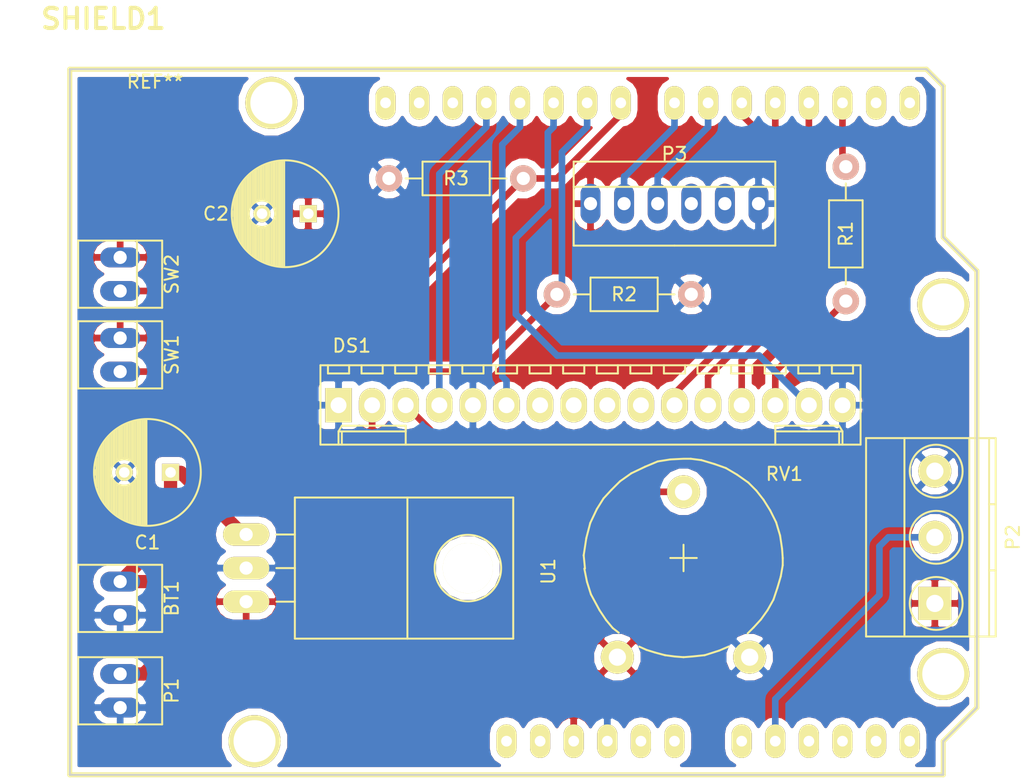
<source format=kicad_pcb>
(kicad_pcb (version 4) (host pcbnew 4.0.2-stable)

  (general
    (links 40)
    (no_connects 0)
    (area 112.954999 77.394999 181.685001 130.885001)
    (thickness 1.6)
    (drawings 10)
    (tracks 68)
    (zones 0)
    (modules 16)
    (nets 18)
  )

  (page A4)
  (title_block
    (title "Autopump shield")
    (date 2016-08-02)
    (rev 1)
  )

  (layers
    (0 F.Cu signal)
    (31 B.Cu signal)
    (32 B.Adhes user)
    (33 F.Adhes user)
    (34 B.Paste user)
    (35 F.Paste user)
    (36 B.SilkS user)
    (37 F.SilkS user)
    (38 B.Mask user)
    (39 F.Mask user)
    (40 Dwgs.User user)
    (41 Cmts.User user)
    (42 Eco1.User user)
    (43 Eco2.User user)
    (44 Edge.Cuts user)
    (45 Margin user)
    (46 B.CrtYd user)
    (47 F.CrtYd user)
    (48 B.Fab user)
    (49 F.Fab user)
  )

  (setup
    (last_trace_width 0.5)
    (trace_clearance 0.3)
    (zone_clearance 0.508)
    (zone_45_only no)
    (trace_min 0.2)
    (segment_width 0.2)
    (edge_width 0.15)
    (via_size 0.6)
    (via_drill 0.4)
    (via_min_size 0.4)
    (via_min_drill 0.3)
    (uvia_size 0.3)
    (uvia_drill 0.1)
    (uvias_allowed no)
    (uvia_min_size 0.2)
    (uvia_min_drill 0.1)
    (pcb_text_width 0.3)
    (pcb_text_size 1.5 1.5)
    (mod_edge_width 0.15)
    (mod_text_size 1 1)
    (mod_text_width 0.15)
    (pad_size 1.524 1.524)
    (pad_drill 0.762)
    (pad_to_mask_clearance 0.2)
    (aux_axis_origin 0 0)
    (visible_elements 7FFEFFFF)
    (pcbplotparams
      (layerselection 0x00030_80000001)
      (usegerberextensions false)
      (excludeedgelayer true)
      (linewidth 0.100000)
      (plotframeref false)
      (viasonmask false)
      (mode 1)
      (useauxorigin false)
      (hpglpennumber 1)
      (hpglpenspeed 20)
      (hpglpendiameter 15)
      (hpglpenoverlay 2)
      (psnegative false)
      (psa4output false)
      (plotreference true)
      (plotvalue true)
      (plotinvisibletext false)
      (padsonsilk false)
      (subtractmaskfromsilk false)
      (outputformat 1)
      (mirror false)
      (drillshape 1)
      (scaleselection 1)
      (outputdirectory ""))
  )

  (net 0 "")
  (net 1 GND)
  (net 2 "Net-(DS1-Pad3)")
  (net 3 "Net-(DS1-Pad4)")
  (net 4 "Net-(DS1-Pad6)")
  (net 5 "Net-(DS1-Pad11)")
  (net 6 "Net-(DS1-Pad12)")
  (net 7 "Net-(DS1-Pad13)")
  (net 8 "Net-(DS1-Pad14)")
  (net 9 "Net-(DS1-Pad15)")
  (net 10 "Net-(P2-Pad2)")
  (net 11 "Net-(P3-Pad2)")
  (net 12 "Net-(P3-Pad3)")
  (net 13 "Net-(R1-Pad1)")
  (net 14 "Net-(R2-Pad1)")
  (net 15 "Net-(R3-Pad1)")
  (net 16 5V)
  (net 17 +12V)

  (net_class Default "Dit is de standaard class."
    (clearance 0.3)
    (trace_width 0.5)
    (via_dia 0.6)
    (via_drill 0.4)
    (uvia_dia 0.3)
    (uvia_drill 0.1)
    (add_net 5V)
    (add_net GND)
    (add_net "Net-(DS1-Pad11)")
    (add_net "Net-(DS1-Pad12)")
    (add_net "Net-(DS1-Pad13)")
    (add_net "Net-(DS1-Pad14)")
    (add_net "Net-(DS1-Pad15)")
    (add_net "Net-(DS1-Pad3)")
    (add_net "Net-(DS1-Pad4)")
    (add_net "Net-(DS1-Pad6)")
    (add_net "Net-(P2-Pad2)")
    (add_net "Net-(P3-Pad2)")
    (add_net "Net-(P3-Pad3)")
    (add_net "Net-(R1-Pad1)")
    (add_net "Net-(R2-Pad1)")
    (add_net "Net-(R3-Pad1)")
  )

  (net_class "Power 12V" ""
    (clearance 0.4)
    (trace_width 1)
    (via_dia 1)
    (via_drill 0.4)
    (uvia_dia 0.3)
    (uvia_drill 0.1)
    (add_net +12V)
  )

  (module "arduino_shields:ARDUINO SHIELD" (layer F.Cu) (tedit 4CD6A37D) (tstamp 5798F3BB)
    (at 113.03 130.81)
    (path /57984623)
    (fp_text reference SHIELD1 (at 2.54 -57.15) (layer F.SilkS)
      (effects (font (thickness 0.3048)))
    )
    (fp_text value ARDUINO_SHIELD (at 5.08 -54.61) (layer F.SilkS) hide
      (effects (font (thickness 0.3048)))
    )
    (fp_line (start 66.04 -40.64) (end 66.04 -52.07) (layer F.SilkS) (width 0.381))
    (fp_line (start 66.04 -52.07) (end 64.77 -53.34) (layer F.SilkS) (width 0.381))
    (fp_line (start 64.77 -53.34) (end 0 -53.34) (layer F.SilkS) (width 0.381))
    (fp_line (start 66.04 0) (end 0 0) (layer F.SilkS) (width 0.381))
    (fp_line (start 0 0) (end 0 -53.34) (layer F.SilkS) (width 0.381))
    (fp_line (start 66.04 -40.64) (end 68.58 -38.1) (layer F.SilkS) (width 0.381))
    (fp_line (start 68.58 -38.1) (end 68.58 -5.08) (layer F.SilkS) (width 0.381))
    (fp_line (start 68.58 -5.08) (end 66.04 -2.54) (layer F.SilkS) (width 0.381))
    (fp_line (start 66.04 -2.54) (end 66.04 0) (layer F.SilkS) (width 0.381))
    (pad AD5 thru_hole oval (at 63.5 -2.54 90) (size 2.54 1.524) (drill 0.8128) (layers *.Cu *.Mask F.SilkS))
    (pad AD4 thru_hole oval (at 60.96 -2.54 90) (size 2.54 1.524) (drill 0.8128) (layers *.Cu *.Mask F.SilkS))
    (pad AD3 thru_hole oval (at 58.42 -2.54 90) (size 2.54 1.524) (drill 0.8128) (layers *.Cu *.Mask F.SilkS))
    (pad AD0 thru_hole oval (at 50.8 -2.54 90) (size 2.54 1.524) (drill 0.8128) (layers *.Cu *.Mask F.SilkS))
    (pad AD1 thru_hole oval (at 53.34 -2.54 90) (size 2.54 1.524) (drill 0.8128) (layers *.Cu *.Mask F.SilkS)
      (net 10 "Net-(P2-Pad2)"))
    (pad AD2 thru_hole oval (at 55.88 -2.54 90) (size 2.54 1.524) (drill 0.8128) (layers *.Cu *.Mask F.SilkS))
    (pad V_IN thru_hole oval (at 45.72 -2.54 90) (size 2.54 1.524) (drill 0.8128) (layers *.Cu *.Mask F.SilkS))
    (pad GND2 thru_hole oval (at 43.18 -2.54 90) (size 2.54 1.524) (drill 0.8128) (layers *.Cu *.Mask F.SilkS))
    (pad GND1 thru_hole oval (at 40.64 -2.54 90) (size 2.54 1.524) (drill 0.8128) (layers *.Cu *.Mask F.SilkS)
      (net 1 GND))
    (pad 3V3 thru_hole oval (at 35.56 -2.54 90) (size 2.54 1.524) (drill 0.8128) (layers *.Cu *.Mask F.SilkS))
    (pad RST thru_hole oval (at 33.02 -2.54 90) (size 2.54 1.524) (drill 0.8128) (layers *.Cu *.Mask F.SilkS))
    (pad 0 thru_hole oval (at 63.5 -50.8 90) (size 2.54 1.524) (drill 0.8128) (layers *.Cu *.Mask F.SilkS))
    (pad 1 thru_hole oval (at 60.96 -50.8 90) (size 2.54 1.524) (drill 0.8128) (layers *.Cu *.Mask F.SilkS))
    (pad 2 thru_hole oval (at 58.42 -50.8 90) (size 2.54 1.524) (drill 0.8128) (layers *.Cu *.Mask F.SilkS)
      (net 13 "Net-(R1-Pad1)"))
    (pad 3 thru_hole oval (at 55.88 -50.8 90) (size 2.54 1.524) (drill 0.8128) (layers *.Cu *.Mask F.SilkS)
      (net 7 "Net-(DS1-Pad13)"))
    (pad 4 thru_hole oval (at 53.34 -50.8 90) (size 2.54 1.524) (drill 0.8128) (layers *.Cu *.Mask F.SilkS)
      (net 6 "Net-(DS1-Pad12)"))
    (pad 5 thru_hole oval (at 50.8 -50.8 90) (size 2.54 1.524) (drill 0.8128) (layers *.Cu *.Mask F.SilkS)
      (net 5 "Net-(DS1-Pad11)"))
    (pad 6 thru_hole oval (at 48.26 -50.8 90) (size 2.54 1.524) (drill 0.8128) (layers *.Cu *.Mask F.SilkS)
      (net 12 "Net-(P3-Pad3)"))
    (pad 7 thru_hole oval (at 45.72 -50.8 90) (size 2.54 1.524) (drill 0.8128) (layers *.Cu *.Mask F.SilkS)
      (net 11 "Net-(P3-Pad2)"))
    (pad 8 thru_hole oval (at 41.656 -50.8 90) (size 2.54 1.524) (drill 0.8128) (layers *.Cu *.Mask F.SilkS)
      (net 15 "Net-(R3-Pad1)"))
    (pad 9 thru_hole oval (at 39.116 -50.8 90) (size 2.54 1.524) (drill 0.8128) (layers *.Cu *.Mask F.SilkS)
      (net 14 "Net-(R2-Pad1)"))
    (pad 10 thru_hole oval (at 36.576 -50.8 90) (size 2.54 1.524) (drill 0.8128) (layers *.Cu *.Mask F.SilkS)
      (net 9 "Net-(DS1-Pad15)"))
    (pad 11 thru_hole oval (at 34.036 -50.8 90) (size 2.54 1.524) (drill 0.8128) (layers *.Cu *.Mask F.SilkS)
      (net 4 "Net-(DS1-Pad6)"))
    (pad 12 thru_hole oval (at 31.496 -50.8 90) (size 2.54 1.524) (drill 0.8128) (layers *.Cu *.Mask F.SilkS)
      (net 3 "Net-(DS1-Pad4)"))
    (pad 13 thru_hole oval (at 28.956 -50.8 90) (size 2.54 1.524) (drill 0.8128) (layers *.Cu *.Mask F.SilkS))
    (pad GND3 thru_hole oval (at 26.416 -50.8 90) (size 2.54 1.524) (drill 0.8128) (layers *.Cu *.Mask F.SilkS))
    (pad AREF thru_hole oval (at 23.876 -50.8 90) (size 2.54 1.524) (drill 0.8128) (layers *.Cu *.Mask F.SilkS))
    (pad 5V thru_hole oval (at 38.1 -2.54 90) (size 2.54 1.524) (drill 0.8128) (layers *.Cu *.Mask F.SilkS)
      (net 16 5V))
    (pad "" thru_hole circle (at 66.04 -7.62 90) (size 3.937 3.937) (drill 3.175) (layers *.Cu *.Mask F.SilkS))
    (pad "" thru_hole circle (at 66.04 -35.56 90) (size 3.937 3.937) (drill 3.175) (layers *.Cu *.Mask F.SilkS))
    (pad "" thru_hole circle (at 15.24 -50.8 90) (size 3.937 3.937) (drill 3.175) (layers *.Cu *.Mask F.SilkS))
    (pad "" thru_hole circle (at 13.97 -2.54 90) (size 3.937 3.937) (drill 3.175) (layers *.Cu *.Mask F.SilkS))
  )

  (module Resistors_ThroughHole:Resistor_Horizontal_RM10mm (layer F.Cu) (tedit 5798FA8D) (tstamp 5798F384)
    (at 171.704 84.836 270)
    (descr "Resistor, Axial,  RM 10mm, 1/3W")
    (tags "Resistor Axial RM 10mm 1/3W")
    (path /579646E1)
    (fp_text reference R1 (at 5.08 0 270) (layer F.SilkS)
      (effects (font (size 1 1) (thickness 0.15)))
    )
    (fp_text value 33k (at 5.08 3.81 270) (layer F.Fab)
      (effects (font (size 1 1) (thickness 0.15)))
    )
    (fp_line (start -1.25 -1.5) (end 11.4 -1.5) (layer F.CrtYd) (width 0.05))
    (fp_line (start -1.25 1.5) (end -1.25 -1.5) (layer F.CrtYd) (width 0.05))
    (fp_line (start 11.4 -1.5) (end 11.4 1.5) (layer F.CrtYd) (width 0.05))
    (fp_line (start -1.25 1.5) (end 11.4 1.5) (layer F.CrtYd) (width 0.05))
    (fp_line (start 2.54 -1.27) (end 7.62 -1.27) (layer F.SilkS) (width 0.15))
    (fp_line (start 7.62 -1.27) (end 7.62 1.27) (layer F.SilkS) (width 0.15))
    (fp_line (start 7.62 1.27) (end 2.54 1.27) (layer F.SilkS) (width 0.15))
    (fp_line (start 2.54 1.27) (end 2.54 -1.27) (layer F.SilkS) (width 0.15))
    (fp_line (start 2.54 0) (end 1.27 0) (layer F.SilkS) (width 0.15))
    (fp_line (start 7.62 0) (end 8.89 0) (layer F.SilkS) (width 0.15))
    (pad 1 thru_hole circle (at 0 0 270) (size 1.99898 1.99898) (drill 1.00076) (layers *.Cu *.SilkS *.Mask)
      (net 13 "Net-(R1-Pad1)"))
    (pad 2 thru_hole circle (at 10.16 0 270) (size 1.99898 1.99898) (drill 1.00076) (layers *.Cu *.SilkS *.Mask)
      (net 8 "Net-(DS1-Pad14)"))
    (model Resistors_ThroughHole.3dshapes/Resistor_Horizontal_RM10mm.wrl
      (at (xyz 0.2 0 0))
      (scale (xyz 0.4 0.4 0.4))
      (rotate (xyz 0 0 0))
    )
  )

  (module Resistors_ThroughHole:Resistor_Horizontal_RM10mm (layer F.Cu) (tedit 5798FD29) (tstamp 5798F38A)
    (at 149.86 94.488)
    (descr "Resistor, Axial,  RM 10mm, 1/3W")
    (tags "Resistor Axial RM 10mm 1/3W")
    (path /57961CA4)
    (fp_text reference R2 (at 5.08 0) (layer F.SilkS)
      (effects (font (size 1 1) (thickness 0.15)))
    )
    (fp_text value 10k (at 5.08 3.81) (layer F.Fab)
      (effects (font (size 1 1) (thickness 0.15)))
    )
    (fp_line (start -1.25 -1.5) (end 11.4 -1.5) (layer F.CrtYd) (width 0.05))
    (fp_line (start -1.25 1.5) (end -1.25 -1.5) (layer F.CrtYd) (width 0.05))
    (fp_line (start 11.4 -1.5) (end 11.4 1.5) (layer F.CrtYd) (width 0.05))
    (fp_line (start -1.25 1.5) (end 11.4 1.5) (layer F.CrtYd) (width 0.05))
    (fp_line (start 2.54 -1.27) (end 7.62 -1.27) (layer F.SilkS) (width 0.15))
    (fp_line (start 7.62 -1.27) (end 7.62 1.27) (layer F.SilkS) (width 0.15))
    (fp_line (start 7.62 1.27) (end 2.54 1.27) (layer F.SilkS) (width 0.15))
    (fp_line (start 2.54 1.27) (end 2.54 -1.27) (layer F.SilkS) (width 0.15))
    (fp_line (start 2.54 0) (end 1.27 0) (layer F.SilkS) (width 0.15))
    (fp_line (start 7.62 0) (end 8.89 0) (layer F.SilkS) (width 0.15))
    (pad 1 thru_hole circle (at 0 0) (size 1.99898 1.99898) (drill 1.00076) (layers *.Cu *.SilkS *.Mask)
      (net 14 "Net-(R2-Pad1)"))
    (pad 2 thru_hole circle (at 10.16 0) (size 1.99898 1.99898) (drill 1.00076) (layers *.Cu *.SilkS *.Mask)
      (net 1 GND))
    (model Resistors_ThroughHole.3dshapes/Resistor_Horizontal_RM10mm.wrl
      (at (xyz 0.2 0 0))
      (scale (xyz 0.4 0.4 0.4))
      (rotate (xyz 0 0 0))
    )
  )

  (module Resistors_ThroughHole:Resistor_Horizontal_RM10mm (layer F.Cu) (tedit 5798FA7A) (tstamp 5798F390)
    (at 147.32 85.725 180)
    (descr "Resistor, Axial,  RM 10mm, 1/3W")
    (tags "Resistor Axial RM 10mm 1/3W")
    (path /57961C1F)
    (fp_text reference R3 (at 5.08 0 180) (layer F.SilkS)
      (effects (font (size 1 1) (thickness 0.15)))
    )
    (fp_text value 10k (at 5.08 3.81 180) (layer F.Fab)
      (effects (font (size 1 1) (thickness 0.15)))
    )
    (fp_line (start -1.25 -1.5) (end 11.4 -1.5) (layer F.CrtYd) (width 0.05))
    (fp_line (start -1.25 1.5) (end -1.25 -1.5) (layer F.CrtYd) (width 0.05))
    (fp_line (start 11.4 -1.5) (end 11.4 1.5) (layer F.CrtYd) (width 0.05))
    (fp_line (start -1.25 1.5) (end 11.4 1.5) (layer F.CrtYd) (width 0.05))
    (fp_line (start 2.54 -1.27) (end 7.62 -1.27) (layer F.SilkS) (width 0.15))
    (fp_line (start 7.62 -1.27) (end 7.62 1.27) (layer F.SilkS) (width 0.15))
    (fp_line (start 7.62 1.27) (end 2.54 1.27) (layer F.SilkS) (width 0.15))
    (fp_line (start 2.54 1.27) (end 2.54 -1.27) (layer F.SilkS) (width 0.15))
    (fp_line (start 2.54 0) (end 1.27 0) (layer F.SilkS) (width 0.15))
    (fp_line (start 7.62 0) (end 8.89 0) (layer F.SilkS) (width 0.15))
    (pad 1 thru_hole circle (at 0 0 180) (size 1.99898 1.99898) (drill 1.00076) (layers *.Cu *.SilkS *.Mask)
      (net 15 "Net-(R3-Pad1)"))
    (pad 2 thru_hole circle (at 10.16 0 180) (size 1.99898 1.99898) (drill 1.00076) (layers *.Cu *.SilkS *.Mask)
      (net 1 GND))
    (model Resistors_ThroughHole.3dshapes/Resistor_Horizontal_RM10mm.wrl
      (at (xyz 0.2 0 0))
      (scale (xyz 0.4 0.4 0.4))
      (rotate (xyz 0 0 0))
    )
  )

  (module Potentiometers:Potentiometer_Trimmer-Piher_PT15-V12-5_horizontal (layer F.Cu) (tedit 5446FD75) (tstamp 5798F397)
    (at 154.432 121.92)
    (descr "Potentiometer, Trimmer, Piher, PT15, Type V12.5, horizontal, Rev A, 02 Aug 2010,")
    (tags "Potentiometer, Trimmer, Piher, PT15, Type V12.5, horizontal, Rev A, 02 Aug 2010,")
    (path /57964923)
    (fp_text reference RV1 (at 12.62126 -13.85062) (layer F.SilkS)
      (effects (font (size 1 1) (thickness 0.15)))
    )
    (fp_text value 10k (at 3.73126 3.92938) (layer F.Fab)
      (effects (font (size 1 1) (thickness 0.15)))
    )
    (fp_line (start 1.651 -0.8001) (end 2.20218 -0.55118) (layer F.SilkS) (width 0.15))
    (fp_line (start 2.20218 -0.55118) (end 2.85242 -0.35052) (layer F.SilkS) (width 0.15))
    (fp_line (start 2.85242 -0.35052) (end 3.60172 -0.14986) (layer F.SilkS) (width 0.15))
    (fp_line (start 3.60172 -0.14986) (end 4.35102 -0.0508) (layer F.SilkS) (width 0.15))
    (fp_line (start 4.35102 -0.0508) (end 5.00126 0) (layer F.SilkS) (width 0.15))
    (fp_line (start 5.00126 0) (end 5.6515 -0.0508) (layer F.SilkS) (width 0.15))
    (fp_line (start 5.6515 -0.0508) (end 6.60146 -0.14986) (layer F.SilkS) (width 0.15))
    (fp_line (start 6.60146 -0.14986) (end 7.70128 -0.50038) (layer F.SilkS) (width 0.15))
    (fp_line (start 7.70128 -0.50038) (end 8.40232 -0.8001) (layer F.SilkS) (width 0.15))
    (fp_line (start -2.49936 -6.70052) (end -2.2987 -5.69976) (layer F.SilkS) (width 0.15))
    (fp_line (start -2.2987 -5.69976) (end -1.99898 -4.7498) (layer F.SilkS) (width 0.15))
    (fp_line (start -1.99898 -4.7498) (end -1.34874 -3.55092) (layer F.SilkS) (width 0.15))
    (fp_line (start -1.34874 -3.55092) (end -0.84836 -2.80162) (layer F.SilkS) (width 0.15))
    (fp_line (start -0.84836 -2.80162) (end -0.34798 -2.19964) (layer F.SilkS) (width 0.15))
    (fp_line (start -0.34798 -2.19964) (end 0.1016 -1.85166) (layer F.SilkS) (width 0.15))
    (fp_line (start 5.00126 -15.00124) (end 4.0005 -14.95044) (layer F.SilkS) (width 0.15))
    (fp_line (start 4.0005 -14.95044) (end 3.05054 -14.80058) (layer F.SilkS) (width 0.15))
    (fp_line (start 3.05054 -14.80058) (end 2.10058 -14.4018) (layer F.SilkS) (width 0.15))
    (fp_line (start 2.10058 -14.4018) (end 1.05156 -13.90142) (layer F.SilkS) (width 0.15))
    (fp_line (start 1.05156 -13.90142) (end 0.20066 -13.29944) (layer F.SilkS) (width 0.15))
    (fp_line (start 0.20066 -13.29944) (end -0.44958 -12.65174) (layer F.SilkS) (width 0.15))
    (fp_line (start -0.44958 -12.65174) (end -1.04902 -12.0015) (layer F.SilkS) (width 0.15))
    (fp_line (start -1.04902 -12.0015) (end -1.5494 -11.2014) (layer F.SilkS) (width 0.15))
    (fp_line (start -1.5494 -11.2014) (end -2.04978 -10.14984) (layer F.SilkS) (width 0.15))
    (fp_line (start -2.04978 -10.14984) (end -2.3495 -9.00176) (layer F.SilkS) (width 0.15))
    (fp_line (start -2.3495 -9.00176) (end -2.54762 -7.70128) (layer F.SilkS) (width 0.15))
    (fp_line (start -2.54762 -7.70128) (end -2.44856 -6.70052) (layer F.SilkS) (width 0.15))
    (fp_line (start 11.55192 -11.0998) (end 11.05154 -11.8999) (layer F.SilkS) (width 0.15))
    (fp_line (start 11.05154 -11.8999) (end 10.50036 -12.60094) (layer F.SilkS) (width 0.15))
    (fp_line (start 10.50036 -12.60094) (end 9.90092 -13.20038) (layer F.SilkS) (width 0.15))
    (fp_line (start 9.90092 -13.20038) (end 9.05002 -13.79982) (layer F.SilkS) (width 0.15))
    (fp_line (start 9.05002 -13.79982) (end 8.20166 -14.3002) (layer F.SilkS) (width 0.15))
    (fp_line (start 8.20166 -14.3002) (end 7.35076 -14.59992) (layer F.SilkS) (width 0.15))
    (fp_line (start 7.35076 -14.59992) (end 6.35 -14.89964) (layer F.SilkS) (width 0.15))
    (fp_line (start 6.35 -14.89964) (end 5.55244 -15.00124) (layer F.SilkS) (width 0.15))
    (fp_line (start 5.55244 -15.00124) (end 5.05206 -15.00124) (layer F.SilkS) (width 0.15))
    (fp_line (start 9.85012 -1.80086) (end 10.30224 -2.25044) (layer F.SilkS) (width 0.15))
    (fp_line (start 10.30224 -2.25044) (end 10.85088 -2.84988) (layer F.SilkS) (width 0.15))
    (fp_line (start 10.85088 -2.84988) (end 11.35126 -3.55092) (layer F.SilkS) (width 0.15))
    (fp_line (start 11.35126 -3.55092) (end 11.80084 -4.35102) (layer F.SilkS) (width 0.15))
    (fp_line (start 11.80084 -4.35102) (end 12.10056 -5.25018) (layer F.SilkS) (width 0.15))
    (fp_line (start 12.10056 -5.25018) (end 12.35202 -6.10108) (layer F.SilkS) (width 0.15))
    (fp_line (start 12.35202 -6.10108) (end 12.50188 -6.94944) (layer F.SilkS) (width 0.15))
    (fp_line (start 12.50188 -6.94944) (end 12.50188 -7.50062) (layer F.SilkS) (width 0.15))
    (fp_line (start 12.50188 -7.50062) (end 12.45108 -8.20166) (layer F.SilkS) (width 0.15))
    (fp_line (start 12.45108 -8.20166) (end 12.30122 -9.19988) (layer F.SilkS) (width 0.15))
    (fp_line (start 12.30122 -9.19988) (end 12.0015 -10.20064) (layer F.SilkS) (width 0.15))
    (fp_line (start 12.0015 -10.20064) (end 11.55192 -11.0998) (layer F.SilkS) (width 0.15))
    (fp_line (start 5.00126 -8.50138) (end 5.00126 -6.49986) (layer F.SilkS) (width 0.15))
    (fp_line (start 4.0005 -7.50062) (end 6.00202 -7.50062) (layer F.SilkS) (width 0.15))
    (pad 2 thru_hole circle (at 5.00126 -12.50188) (size 2.49936 2.49936) (drill 1.30048) (layers *.Cu *.Mask F.SilkS)
      (net 2 "Net-(DS1-Pad3)"))
    (pad 3 thru_hole circle (at 10.00252 0) (size 2.49936 2.49936) (drill 1.30048) (layers *.Cu *.Mask F.SilkS)
      (net 1 GND))
    (pad 1 thru_hole circle (at 0 0) (size 2.49936 2.49936) (drill 1.30048) (layers *.Cu *.Mask F.SilkS)
      (net 16 5V))
  )

  (module Connect:PINHEAD1-2 (layer F.Cu) (tedit 0) (tstamp 5799354F)
    (at 116.84 124.46 270)
    (path /57994F12)
    (attr virtual)
    (fp_text reference P1 (at 0 -3.9 270) (layer F.SilkS)
      (effects (font (size 1 1) (thickness 0.15)))
    )
    (fp_text value "Relay power" (at 0 3.81 270) (layer F.Fab)
      (effects (font (size 1 1) (thickness 0.15)))
    )
    (fp_line (start 2.54 -1.27) (end -2.54 -1.27) (layer F.SilkS) (width 0.15))
    (fp_line (start 2.54 3.175) (end -2.54 3.175) (layer F.SilkS) (width 0.15))
    (fp_line (start -2.54 -3.175) (end 2.54 -3.175) (layer F.SilkS) (width 0.15))
    (fp_line (start -2.54 -3.175) (end -2.54 3.175) (layer F.SilkS) (width 0.15))
    (fp_line (start 2.54 -3.175) (end 2.54 3.175) (layer F.SilkS) (width 0.15))
    (pad 1 thru_hole oval (at -1.27 0 270) (size 1.50622 3.01498) (drill 0.99822) (layers *.Cu *.Mask)
      (net 17 +12V))
    (pad 2 thru_hole oval (at 1.27 0 270) (size 1.50622 3.01498) (drill 0.99822) (layers *.Cu *.Mask)
      (net 1 GND))
  )

  (module Connect:PINHEAD1-2 (layer F.Cu) (tedit 0) (tstamp 5799378F)
    (at 116.84 117.475 270)
    (path /57962744)
    (attr virtual)
    (fp_text reference BT1 (at 0 -3.9 270) (layer F.SilkS)
      (effects (font (size 1 1) (thickness 0.15)))
    )
    (fp_text value Battery (at 0 3.81 270) (layer F.Fab)
      (effects (font (size 1 1) (thickness 0.15)))
    )
    (fp_line (start 2.54 -1.27) (end -2.54 -1.27) (layer F.SilkS) (width 0.15))
    (fp_line (start 2.54 3.175) (end -2.54 3.175) (layer F.SilkS) (width 0.15))
    (fp_line (start -2.54 -3.175) (end 2.54 -3.175) (layer F.SilkS) (width 0.15))
    (fp_line (start -2.54 -3.175) (end -2.54 3.175) (layer F.SilkS) (width 0.15))
    (fp_line (start 2.54 -3.175) (end 2.54 3.175) (layer F.SilkS) (width 0.15))
    (pad 1 thru_hole oval (at -1.27 0 270) (size 1.50622 3.01498) (drill 0.99822) (layers *.Cu *.Mask)
      (net 17 +12V))
    (pad 2 thru_hole oval (at 1.27 0 270) (size 1.50622 3.01498) (drill 0.99822) (layers *.Cu *.Mask)
      (net 1 GND))
  )

  (module Capacitors_ThroughHole:C_Radial_D8_L11.5_P3.5 (layer F.Cu) (tedit 0) (tstamp 57993794)
    (at 120.65 107.95 180)
    (descr "Radial Electrolytic Capacitor Diameter 8mm x Length 11.5mm, Pitch 3.5mm")
    (tags "Electrolytic Capacitor")
    (path /57991F11)
    (fp_text reference C1 (at 1.75 -5.3 180) (layer F.SilkS)
      (effects (font (size 1 1) (thickness 0.15)))
    )
    (fp_text value 0.33uF (at 1.75 5.3 180) (layer F.Fab)
      (effects (font (size 1 1) (thickness 0.15)))
    )
    (fp_line (start 1.825 -3.999) (end 1.825 3.999) (layer F.SilkS) (width 0.15))
    (fp_line (start 1.965 -3.994) (end 1.965 3.994) (layer F.SilkS) (width 0.15))
    (fp_line (start 2.105 -3.984) (end 2.105 3.984) (layer F.SilkS) (width 0.15))
    (fp_line (start 2.245 -3.969) (end 2.245 3.969) (layer F.SilkS) (width 0.15))
    (fp_line (start 2.385 -3.949) (end 2.385 3.949) (layer F.SilkS) (width 0.15))
    (fp_line (start 2.525 -3.924) (end 2.525 -0.222) (layer F.SilkS) (width 0.15))
    (fp_line (start 2.525 0.222) (end 2.525 3.924) (layer F.SilkS) (width 0.15))
    (fp_line (start 2.665 -3.894) (end 2.665 -0.55) (layer F.SilkS) (width 0.15))
    (fp_line (start 2.665 0.55) (end 2.665 3.894) (layer F.SilkS) (width 0.15))
    (fp_line (start 2.805 -3.858) (end 2.805 -0.719) (layer F.SilkS) (width 0.15))
    (fp_line (start 2.805 0.719) (end 2.805 3.858) (layer F.SilkS) (width 0.15))
    (fp_line (start 2.945 -3.817) (end 2.945 -0.832) (layer F.SilkS) (width 0.15))
    (fp_line (start 2.945 0.832) (end 2.945 3.817) (layer F.SilkS) (width 0.15))
    (fp_line (start 3.085 -3.771) (end 3.085 -0.91) (layer F.SilkS) (width 0.15))
    (fp_line (start 3.085 0.91) (end 3.085 3.771) (layer F.SilkS) (width 0.15))
    (fp_line (start 3.225 -3.718) (end 3.225 -0.961) (layer F.SilkS) (width 0.15))
    (fp_line (start 3.225 0.961) (end 3.225 3.718) (layer F.SilkS) (width 0.15))
    (fp_line (start 3.365 -3.659) (end 3.365 -0.991) (layer F.SilkS) (width 0.15))
    (fp_line (start 3.365 0.991) (end 3.365 3.659) (layer F.SilkS) (width 0.15))
    (fp_line (start 3.505 -3.594) (end 3.505 -1) (layer F.SilkS) (width 0.15))
    (fp_line (start 3.505 1) (end 3.505 3.594) (layer F.SilkS) (width 0.15))
    (fp_line (start 3.645 -3.523) (end 3.645 -0.989) (layer F.SilkS) (width 0.15))
    (fp_line (start 3.645 0.989) (end 3.645 3.523) (layer F.SilkS) (width 0.15))
    (fp_line (start 3.785 -3.444) (end 3.785 -0.959) (layer F.SilkS) (width 0.15))
    (fp_line (start 3.785 0.959) (end 3.785 3.444) (layer F.SilkS) (width 0.15))
    (fp_line (start 3.925 -3.357) (end 3.925 -0.905) (layer F.SilkS) (width 0.15))
    (fp_line (start 3.925 0.905) (end 3.925 3.357) (layer F.SilkS) (width 0.15))
    (fp_line (start 4.065 -3.262) (end 4.065 -0.825) (layer F.SilkS) (width 0.15))
    (fp_line (start 4.065 0.825) (end 4.065 3.262) (layer F.SilkS) (width 0.15))
    (fp_line (start 4.205 -3.158) (end 4.205 -0.709) (layer F.SilkS) (width 0.15))
    (fp_line (start 4.205 0.709) (end 4.205 3.158) (layer F.SilkS) (width 0.15))
    (fp_line (start 4.345 -3.044) (end 4.345 -0.535) (layer F.SilkS) (width 0.15))
    (fp_line (start 4.345 0.535) (end 4.345 3.044) (layer F.SilkS) (width 0.15))
    (fp_line (start 4.485 -2.919) (end 4.485 -0.173) (layer F.SilkS) (width 0.15))
    (fp_line (start 4.485 0.173) (end 4.485 2.919) (layer F.SilkS) (width 0.15))
    (fp_line (start 4.625 -2.781) (end 4.625 2.781) (layer F.SilkS) (width 0.15))
    (fp_line (start 4.765 -2.629) (end 4.765 2.629) (layer F.SilkS) (width 0.15))
    (fp_line (start 4.905 -2.459) (end 4.905 2.459) (layer F.SilkS) (width 0.15))
    (fp_line (start 5.045 -2.268) (end 5.045 2.268) (layer F.SilkS) (width 0.15))
    (fp_line (start 5.185 -2.05) (end 5.185 2.05) (layer F.SilkS) (width 0.15))
    (fp_line (start 5.325 -1.794) (end 5.325 1.794) (layer F.SilkS) (width 0.15))
    (fp_line (start 5.465 -1.483) (end 5.465 1.483) (layer F.SilkS) (width 0.15))
    (fp_line (start 5.605 -1.067) (end 5.605 1.067) (layer F.SilkS) (width 0.15))
    (fp_line (start 5.745 -0.2) (end 5.745 0.2) (layer F.SilkS) (width 0.15))
    (fp_circle (center 3.5 0) (end 3.5 -1) (layer F.SilkS) (width 0.15))
    (fp_circle (center 1.75 0) (end 1.75 -4.0375) (layer F.SilkS) (width 0.15))
    (fp_circle (center 1.75 0) (end 1.75 -4.3) (layer F.CrtYd) (width 0.05))
    (pad 2 thru_hole circle (at 3.5 0 180) (size 1.3 1.3) (drill 0.8) (layers *.Cu *.Mask F.SilkS)
      (net 1 GND))
    (pad 1 thru_hole rect (at 0 0 180) (size 1.3 1.3) (drill 0.8) (layers *.Cu *.Mask F.SilkS)
      (net 17 +12V))
    (model Capacitors_ThroughHole.3dshapes/C_Radial_D8_L11.5_P3.5.wrl
      (at (xyz 0 0 0))
      (scale (xyz 1 1 1))
      (rotate (xyz 0 0 0))
    )
  )

  (module Capacitors_ThroughHole:C_Radial_D8_L11.5_P3.5 (layer F.Cu) (tedit 57A06401) (tstamp 57993799)
    (at 131.064 88.392 180)
    (descr "Radial Electrolytic Capacitor Diameter 8mm x Length 11.5mm, Pitch 3.5mm")
    (tags "Electrolytic Capacitor")
    (path /5799294B)
    (fp_text reference C2 (at 6.985 0 180) (layer F.SilkS)
      (effects (font (size 1 1) (thickness 0.15)))
    )
    (fp_text value 0.1uF (at 1.75 5.3 180) (layer F.Fab)
      (effects (font (size 1 1) (thickness 0.15)))
    )
    (fp_line (start 1.825 -3.999) (end 1.825 3.999) (layer F.SilkS) (width 0.15))
    (fp_line (start 1.965 -3.994) (end 1.965 3.994) (layer F.SilkS) (width 0.15))
    (fp_line (start 2.105 -3.984) (end 2.105 3.984) (layer F.SilkS) (width 0.15))
    (fp_line (start 2.245 -3.969) (end 2.245 3.969) (layer F.SilkS) (width 0.15))
    (fp_line (start 2.385 -3.949) (end 2.385 3.949) (layer F.SilkS) (width 0.15))
    (fp_line (start 2.525 -3.924) (end 2.525 -0.222) (layer F.SilkS) (width 0.15))
    (fp_line (start 2.525 0.222) (end 2.525 3.924) (layer F.SilkS) (width 0.15))
    (fp_line (start 2.665 -3.894) (end 2.665 -0.55) (layer F.SilkS) (width 0.15))
    (fp_line (start 2.665 0.55) (end 2.665 3.894) (layer F.SilkS) (width 0.15))
    (fp_line (start 2.805 -3.858) (end 2.805 -0.719) (layer F.SilkS) (width 0.15))
    (fp_line (start 2.805 0.719) (end 2.805 3.858) (layer F.SilkS) (width 0.15))
    (fp_line (start 2.945 -3.817) (end 2.945 -0.832) (layer F.SilkS) (width 0.15))
    (fp_line (start 2.945 0.832) (end 2.945 3.817) (layer F.SilkS) (width 0.15))
    (fp_line (start 3.085 -3.771) (end 3.085 -0.91) (layer F.SilkS) (width 0.15))
    (fp_line (start 3.085 0.91) (end 3.085 3.771) (layer F.SilkS) (width 0.15))
    (fp_line (start 3.225 -3.718) (end 3.225 -0.961) (layer F.SilkS) (width 0.15))
    (fp_line (start 3.225 0.961) (end 3.225 3.718) (layer F.SilkS) (width 0.15))
    (fp_line (start 3.365 -3.659) (end 3.365 -0.991) (layer F.SilkS) (width 0.15))
    (fp_line (start 3.365 0.991) (end 3.365 3.659) (layer F.SilkS) (width 0.15))
    (fp_line (start 3.505 -3.594) (end 3.505 -1) (layer F.SilkS) (width 0.15))
    (fp_line (start 3.505 1) (end 3.505 3.594) (layer F.SilkS) (width 0.15))
    (fp_line (start 3.645 -3.523) (end 3.645 -0.989) (layer F.SilkS) (width 0.15))
    (fp_line (start 3.645 0.989) (end 3.645 3.523) (layer F.SilkS) (width 0.15))
    (fp_line (start 3.785 -3.444) (end 3.785 -0.959) (layer F.SilkS) (width 0.15))
    (fp_line (start 3.785 0.959) (end 3.785 3.444) (layer F.SilkS) (width 0.15))
    (fp_line (start 3.925 -3.357) (end 3.925 -0.905) (layer F.SilkS) (width 0.15))
    (fp_line (start 3.925 0.905) (end 3.925 3.357) (layer F.SilkS) (width 0.15))
    (fp_line (start 4.065 -3.262) (end 4.065 -0.825) (layer F.SilkS) (width 0.15))
    (fp_line (start 4.065 0.825) (end 4.065 3.262) (layer F.SilkS) (width 0.15))
    (fp_line (start 4.205 -3.158) (end 4.205 -0.709) (layer F.SilkS) (width 0.15))
    (fp_line (start 4.205 0.709) (end 4.205 3.158) (layer F.SilkS) (width 0.15))
    (fp_line (start 4.345 -3.044) (end 4.345 -0.535) (layer F.SilkS) (width 0.15))
    (fp_line (start 4.345 0.535) (end 4.345 3.044) (layer F.SilkS) (width 0.15))
    (fp_line (start 4.485 -2.919) (end 4.485 -0.173) (layer F.SilkS) (width 0.15))
    (fp_line (start 4.485 0.173) (end 4.485 2.919) (layer F.SilkS) (width 0.15))
    (fp_line (start 4.625 -2.781) (end 4.625 2.781) (layer F.SilkS) (width 0.15))
    (fp_line (start 4.765 -2.629) (end 4.765 2.629) (layer F.SilkS) (width 0.15))
    (fp_line (start 4.905 -2.459) (end 4.905 2.459) (layer F.SilkS) (width 0.15))
    (fp_line (start 5.045 -2.268) (end 5.045 2.268) (layer F.SilkS) (width 0.15))
    (fp_line (start 5.185 -2.05) (end 5.185 2.05) (layer F.SilkS) (width 0.15))
    (fp_line (start 5.325 -1.794) (end 5.325 1.794) (layer F.SilkS) (width 0.15))
    (fp_line (start 5.465 -1.483) (end 5.465 1.483) (layer F.SilkS) (width 0.15))
    (fp_line (start 5.605 -1.067) (end 5.605 1.067) (layer F.SilkS) (width 0.15))
    (fp_line (start 5.745 -0.2) (end 5.745 0.2) (layer F.SilkS) (width 0.15))
    (fp_circle (center 3.5 0) (end 3.5 -1) (layer F.SilkS) (width 0.15))
    (fp_circle (center 1.75 0) (end 1.75 -4.0375) (layer F.SilkS) (width 0.15))
    (fp_circle (center 1.75 0) (end 1.75 -4.3) (layer F.CrtYd) (width 0.05))
    (pad 2 thru_hole circle (at 3.5 0 180) (size 1.3 1.3) (drill 0.8) (layers *.Cu *.Mask F.SilkS)
      (net 1 GND))
    (pad 1 thru_hole rect (at 0 0 180) (size 1.3 1.3) (drill 0.8) (layers *.Cu *.Mask F.SilkS)
      (net 16 5V))
    (model Capacitors_ThroughHole.3dshapes/C_Radial_D8_L11.5_P3.5.wrl
      (at (xyz 0 0 0))
      (scale (xyz 1 1 1))
      (rotate (xyz 0 0 0))
    )
  )

  (module Connectors_Molex:Molex_KK-6410-16_16x2.54mm_Straight (layer F.Cu) (tedit 56C6219D) (tstamp 5799379E)
    (at 133.35 102.87)
    (descr "Connector Headers with Friction Lock, 22-27-2161, http://www.molex.com/pdm_docs/sd/022272021_sd.pdf")
    (tags "connector molex kk_6410 22-27-2161")
    (path /579905A1)
    (fp_text reference DS1 (at 1 -4.5) (layer F.SilkS)
      (effects (font (size 1 1) (thickness 0.15)))
    )
    (fp_text value LCD16X2 (at 19.05 4.5) (layer F.Fab)
      (effects (font (size 1 1) (thickness 0.15)))
    )
    (fp_line (start -1.37 -3.02) (end -1.37 2.98) (layer F.SilkS) (width 0.15))
    (fp_line (start -1.37 2.98) (end 39.47 2.98) (layer F.SilkS) (width 0.15))
    (fp_line (start 39.47 2.98) (end 39.47 -3.02) (layer F.SilkS) (width 0.15))
    (fp_line (start 39.47 -3.02) (end -1.37 -3.02) (layer F.SilkS) (width 0.15))
    (fp_line (start 0 2.98) (end 0 1.98) (layer F.SilkS) (width 0.15))
    (fp_line (start 0 1.98) (end 5.08 1.98) (layer F.SilkS) (width 0.15))
    (fp_line (start 5.08 1.98) (end 5.08 2.98) (layer F.SilkS) (width 0.15))
    (fp_line (start 0 1.98) (end 0.25 1.55) (layer F.SilkS) (width 0.15))
    (fp_line (start 0.25 1.55) (end 5.08 1.55) (layer F.SilkS) (width 0.15))
    (fp_line (start 5.08 1.55) (end 5.08 1.98) (layer F.SilkS) (width 0.15))
    (fp_line (start 0.25 2.98) (end 0.25 1.98) (layer F.SilkS) (width 0.15))
    (fp_line (start 38.1 2.98) (end 38.1 1.98) (layer F.SilkS) (width 0.15))
    (fp_line (start 38.1 1.98) (end 33.02 1.98) (layer F.SilkS) (width 0.15))
    (fp_line (start 33.02 1.98) (end 33.02 2.98) (layer F.SilkS) (width 0.15))
    (fp_line (start 38.1 1.98) (end 37.85 1.55) (layer F.SilkS) (width 0.15))
    (fp_line (start 37.85 1.55) (end 33.02 1.55) (layer F.SilkS) (width 0.15))
    (fp_line (start 33.02 1.55) (end 33.02 1.98) (layer F.SilkS) (width 0.15))
    (fp_line (start 37.85 2.98) (end 37.85 1.98) (layer F.SilkS) (width 0.15))
    (fp_line (start -0.8 -3.02) (end -0.8 -2.4) (layer F.SilkS) (width 0.15))
    (fp_line (start -0.8 -2.4) (end 0.8 -2.4) (layer F.SilkS) (width 0.15))
    (fp_line (start 0.8 -2.4) (end 0.8 -3.02) (layer F.SilkS) (width 0.15))
    (fp_line (start 1.74 -3.02) (end 1.74 -2.4) (layer F.SilkS) (width 0.15))
    (fp_line (start 1.74 -2.4) (end 3.34 -2.4) (layer F.SilkS) (width 0.15))
    (fp_line (start 3.34 -2.4) (end 3.34 -3.02) (layer F.SilkS) (width 0.15))
    (fp_line (start 4.28 -3.02) (end 4.28 -2.4) (layer F.SilkS) (width 0.15))
    (fp_line (start 4.28 -2.4) (end 5.88 -2.4) (layer F.SilkS) (width 0.15))
    (fp_line (start 5.88 -2.4) (end 5.88 -3.02) (layer F.SilkS) (width 0.15))
    (fp_line (start 6.82 -3.02) (end 6.82 -2.4) (layer F.SilkS) (width 0.15))
    (fp_line (start 6.82 -2.4) (end 8.42 -2.4) (layer F.SilkS) (width 0.15))
    (fp_line (start 8.42 -2.4) (end 8.42 -3.02) (layer F.SilkS) (width 0.15))
    (fp_line (start 9.36 -3.02) (end 9.36 -2.4) (layer F.SilkS) (width 0.15))
    (fp_line (start 9.36 -2.4) (end 10.96 -2.4) (layer F.SilkS) (width 0.15))
    (fp_line (start 10.96 -2.4) (end 10.96 -3.02) (layer F.SilkS) (width 0.15))
    (fp_line (start 11.9 -3.02) (end 11.9 -2.4) (layer F.SilkS) (width 0.15))
    (fp_line (start 11.9 -2.4) (end 13.5 -2.4) (layer F.SilkS) (width 0.15))
    (fp_line (start 13.5 -2.4) (end 13.5 -3.02) (layer F.SilkS) (width 0.15))
    (fp_line (start 14.44 -3.02) (end 14.44 -2.4) (layer F.SilkS) (width 0.15))
    (fp_line (start 14.44 -2.4) (end 16.04 -2.4) (layer F.SilkS) (width 0.15))
    (fp_line (start 16.04 -2.4) (end 16.04 -3.02) (layer F.SilkS) (width 0.15))
    (fp_line (start 16.98 -3.02) (end 16.98 -2.4) (layer F.SilkS) (width 0.15))
    (fp_line (start 16.98 -2.4) (end 18.58 -2.4) (layer F.SilkS) (width 0.15))
    (fp_line (start 18.58 -2.4) (end 18.58 -3.02) (layer F.SilkS) (width 0.15))
    (fp_line (start 19.52 -3.02) (end 19.52 -2.4) (layer F.SilkS) (width 0.15))
    (fp_line (start 19.52 -2.4) (end 21.12 -2.4) (layer F.SilkS) (width 0.15))
    (fp_line (start 21.12 -2.4) (end 21.12 -3.02) (layer F.SilkS) (width 0.15))
    (fp_line (start 22.06 -3.02) (end 22.06 -2.4) (layer F.SilkS) (width 0.15))
    (fp_line (start 22.06 -2.4) (end 23.66 -2.4) (layer F.SilkS) (width 0.15))
    (fp_line (start 23.66 -2.4) (end 23.66 -3.02) (layer F.SilkS) (width 0.15))
    (fp_line (start 24.6 -3.02) (end 24.6 -2.4) (layer F.SilkS) (width 0.15))
    (fp_line (start 24.6 -2.4) (end 26.2 -2.4) (layer F.SilkS) (width 0.15))
    (fp_line (start 26.2 -2.4) (end 26.2 -3.02) (layer F.SilkS) (width 0.15))
    (fp_line (start 27.14 -3.02) (end 27.14 -2.4) (layer F.SilkS) (width 0.15))
    (fp_line (start 27.14 -2.4) (end 28.74 -2.4) (layer F.SilkS) (width 0.15))
    (fp_line (start 28.74 -2.4) (end 28.74 -3.02) (layer F.SilkS) (width 0.15))
    (fp_line (start 29.68 -3.02) (end 29.68 -2.4) (layer F.SilkS) (width 0.15))
    (fp_line (start 29.68 -2.4) (end 31.28 -2.4) (layer F.SilkS) (width 0.15))
    (fp_line (start 31.28 -2.4) (end 31.28 -3.02) (layer F.SilkS) (width 0.15))
    (fp_line (start 32.22 -3.02) (end 32.22 -2.4) (layer F.SilkS) (width 0.15))
    (fp_line (start 32.22 -2.4) (end 33.82 -2.4) (layer F.SilkS) (width 0.15))
    (fp_line (start 33.82 -2.4) (end 33.82 -3.02) (layer F.SilkS) (width 0.15))
    (fp_line (start 34.76 -3.02) (end 34.76 -2.4) (layer F.SilkS) (width 0.15))
    (fp_line (start 34.76 -2.4) (end 36.36 -2.4) (layer F.SilkS) (width 0.15))
    (fp_line (start 36.36 -2.4) (end 36.36 -3.02) (layer F.SilkS) (width 0.15))
    (fp_line (start 37.3 -3.02) (end 37.3 -2.4) (layer F.SilkS) (width 0.15))
    (fp_line (start 37.3 -2.4) (end 38.9 -2.4) (layer F.SilkS) (width 0.15))
    (fp_line (start 38.9 -2.4) (end 38.9 -3.02) (layer F.SilkS) (width 0.15))
    (fp_line (start -1.9 3.5) (end -1.9 -3.55) (layer F.CrtYd) (width 0.05))
    (fp_line (start -1.9 -3.55) (end 40 -3.55) (layer F.CrtYd) (width 0.05))
    (fp_line (start 40 -3.55) (end 40 3.5) (layer F.CrtYd) (width 0.05))
    (fp_line (start 40 3.5) (end -1.9 3.5) (layer F.CrtYd) (width 0.05))
    (pad 1 thru_hole rect (at 0 0) (size 2 2.6) (drill 1.2) (layers *.Cu *.Mask F.SilkS)
      (net 1 GND))
    (pad 2 thru_hole oval (at 2.54 0) (size 2 2.6) (drill 1.2) (layers *.Cu *.Mask F.SilkS)
      (net 16 5V))
    (pad 3 thru_hole oval (at 5.08 0) (size 2 2.6) (drill 1.2) (layers *.Cu *.Mask F.SilkS)
      (net 2 "Net-(DS1-Pad3)"))
    (pad 4 thru_hole oval (at 7.62 0) (size 2 2.6) (drill 1.2) (layers *.Cu *.Mask F.SilkS)
      (net 3 "Net-(DS1-Pad4)"))
    (pad 5 thru_hole oval (at 10.16 0) (size 2 2.6) (drill 1.2) (layers *.Cu *.Mask F.SilkS)
      (net 1 GND))
    (pad 6 thru_hole oval (at 12.7 0) (size 2 2.6) (drill 1.2) (layers *.Cu *.Mask F.SilkS)
      (net 4 "Net-(DS1-Pad6)"))
    (pad 7 thru_hole oval (at 15.24 0) (size 2 2.6) (drill 1.2) (layers *.Cu *.Mask F.SilkS))
    (pad 8 thru_hole oval (at 17.78 0) (size 2 2.6) (drill 1.2) (layers *.Cu *.Mask F.SilkS))
    (pad 9 thru_hole oval (at 20.32 0) (size 2 2.6) (drill 1.2) (layers *.Cu *.Mask F.SilkS))
    (pad 10 thru_hole oval (at 22.86 0) (size 2 2.6) (drill 1.2) (layers *.Cu *.Mask F.SilkS))
    (pad 11 thru_hole oval (at 25.4 0) (size 2 2.6) (drill 1.2) (layers *.Cu *.Mask F.SilkS)
      (net 5 "Net-(DS1-Pad11)"))
    (pad 12 thru_hole oval (at 27.94 0) (size 2 2.6) (drill 1.2) (layers *.Cu *.Mask F.SilkS)
      (net 6 "Net-(DS1-Pad12)"))
    (pad 13 thru_hole oval (at 30.48 0) (size 2 2.6) (drill 1.2) (layers *.Cu *.Mask F.SilkS)
      (net 7 "Net-(DS1-Pad13)"))
    (pad 14 thru_hole oval (at 33.02 0) (size 2 2.6) (drill 1.2) (layers *.Cu *.Mask F.SilkS)
      (net 8 "Net-(DS1-Pad14)"))
    (pad 15 thru_hole oval (at 35.56 0) (size 2 2.6) (drill 1.2) (layers *.Cu *.Mask F.SilkS)
      (net 9 "Net-(DS1-Pad15)"))
    (pad 16 thru_hole oval (at 38.1 0) (size 2 2.6) (drill 1.2) (layers *.Cu *.Mask F.SilkS)
      (net 1 GND))
  )

  (module Connect:PINHEAD1-6 (layer F.Cu) (tedit 0) (tstamp 579937B1)
    (at 158.75 87.63)
    (path /57963387)
    (attr virtual)
    (fp_text reference P3 (at 0 -3.75) (layer F.SilkS)
      (effects (font (size 1 1) (thickness 0.15)))
    )
    (fp_text value "Relay control" (at 0 3.81) (layer F.Fab)
      (effects (font (size 1 1) (thickness 0.15)))
    )
    (fp_line (start 0 3.175) (end 7.62 3.175) (layer F.SilkS) (width 0.15))
    (fp_line (start 0 -1.27) (end 7.62 -1.27) (layer F.SilkS) (width 0.15))
    (fp_line (start 0 -3.175) (end 7.62 -3.175) (layer F.SilkS) (width 0.15))
    (fp_line (start -7.62 -3.175) (end -7.62 3.175) (layer F.SilkS) (width 0.15))
    (fp_line (start 7.62 -3.175) (end 7.62 3.175) (layer F.SilkS) (width 0.15))
    (fp_line (start 0 -1.27) (end -7.62 -1.27) (layer F.SilkS) (width 0.15))
    (fp_line (start -7.62 -3.175) (end 0 -3.175) (layer F.SilkS) (width 0.15))
    (fp_line (start 0 3.175) (end -7.62 3.175) (layer F.SilkS) (width 0.15))
    (pad 1 thru_hole oval (at -6.35 0) (size 1.50622 3.01498) (drill 0.99822) (layers *.Cu *.Mask)
      (net 16 5V))
    (pad 2 thru_hole oval (at -3.81 0) (size 1.50622 3.01498) (drill 0.99822) (layers *.Cu *.Mask)
      (net 11 "Net-(P3-Pad2)"))
    (pad 3 thru_hole oval (at -1.27 0) (size 1.50622 3.01498) (drill 0.99822) (layers *.Cu *.Mask)
      (net 12 "Net-(P3-Pad3)"))
    (pad 4 thru_hole oval (at 1.27 0) (size 1.50622 3.01498) (drill 0.99822) (layers *.Cu *.Mask))
    (pad 5 thru_hole oval (at 3.81 0) (size 1.50622 3.01498) (drill 0.99822) (layers *.Cu *.Mask))
    (pad 6 thru_hole oval (at 6.35 0) (size 1.50622 3.01498) (drill 0.99822) (layers *.Cu *.Mask)
      (net 1 GND))
  )

  (module Connect:PINHEAD1-2 (layer F.Cu) (tedit 0) (tstamp 579937BA)
    (at 116.84 99.06 270)
    (path /5796242E)
    (attr virtual)
    (fp_text reference SW1 (at 0 -3.9 270) (layer F.SilkS)
      (effects (font (size 1 1) (thickness 0.15)))
    )
    (fp_text value "Button 1" (at 0 3.81 270) (layer F.Fab)
      (effects (font (size 1 1) (thickness 0.15)))
    )
    (fp_line (start 2.54 -1.27) (end -2.54 -1.27) (layer F.SilkS) (width 0.15))
    (fp_line (start 2.54 3.175) (end -2.54 3.175) (layer F.SilkS) (width 0.15))
    (fp_line (start -2.54 -3.175) (end 2.54 -3.175) (layer F.SilkS) (width 0.15))
    (fp_line (start -2.54 -3.175) (end -2.54 3.175) (layer F.SilkS) (width 0.15))
    (fp_line (start 2.54 -3.175) (end 2.54 3.175) (layer F.SilkS) (width 0.15))
    (pad 1 thru_hole oval (at -1.27 0 270) (size 1.50622 3.01498) (drill 0.99822) (layers *.Cu *.Mask)
      (net 16 5V))
    (pad 2 thru_hole oval (at 1.27 0 270) (size 1.50622 3.01498) (drill 0.99822) (layers *.Cu *.Mask)
      (net 14 "Net-(R2-Pad1)"))
  )

  (module Connect:PINHEAD1-2 (layer F.Cu) (tedit 0) (tstamp 579937BF)
    (at 116.84 92.964 270)
    (path /57961F0B)
    (attr virtual)
    (fp_text reference SW2 (at 0 -3.9 270) (layer F.SilkS)
      (effects (font (size 1 1) (thickness 0.15)))
    )
    (fp_text value "Button 2" (at 0 3.81 270) (layer F.Fab)
      (effects (font (size 1 1) (thickness 0.15)))
    )
    (fp_line (start 2.54 -1.27) (end -2.54 -1.27) (layer F.SilkS) (width 0.15))
    (fp_line (start 2.54 3.175) (end -2.54 3.175) (layer F.SilkS) (width 0.15))
    (fp_line (start -2.54 -3.175) (end 2.54 -3.175) (layer F.SilkS) (width 0.15))
    (fp_line (start -2.54 -3.175) (end -2.54 3.175) (layer F.SilkS) (width 0.15))
    (fp_line (start 2.54 -3.175) (end 2.54 3.175) (layer F.SilkS) (width 0.15))
    (pad 1 thru_hole oval (at -1.27 0 270) (size 1.50622 3.01498) (drill 0.99822) (layers *.Cu *.Mask)
      (net 16 5V))
    (pad 2 thru_hole oval (at 1.27 0 270) (size 1.50622 3.01498) (drill 0.99822) (layers *.Cu *.Mask)
      (net 15 "Net-(R3-Pad1)"))
  )

  (module Symbols:Symbol_OSHW-Logo_CopperTop (layer F.Cu) (tedit 0) (tstamp 57993A51)
    (at 119.38 82.804)
    (descr "Symbol, OSHW-Logo, Copper Top,")
    (tags "Symbol, OSHW-Logo, Copper Top,")
    (fp_text reference REF** (at 0.09906 -4.38912) (layer F.SilkS)
      (effects (font (size 1 1) (thickness 0.15)))
    )
    (fp_text value Symbol_OSHW-Logo_CopperTop (at 0.30988 6.56082) (layer F.Fab)
      (effects (font (size 1 1) (thickness 0.15)))
    )
    (fp_line (start 1.66878 2.68986) (end 2.02946 4.16052) (layer F.Cu) (width 0.381))
    (fp_line (start 2.02946 4.16052) (end 2.30886 3.0988) (layer F.Cu) (width 0.381))
    (fp_line (start 2.30886 3.0988) (end 2.61874 4.17068) (layer F.Cu) (width 0.381))
    (fp_line (start 2.61874 4.17068) (end 2.9591 2.72034) (layer F.Cu) (width 0.381))
    (fp_line (start 0.24892 3.38074) (end 1.03886 3.37058) (layer F.Cu) (width 0.381))
    (fp_line (start 1.03886 3.37058) (end 1.04902 3.38074) (layer F.Cu) (width 0.381))
    (fp_line (start 1.04902 3.38074) (end 1.04902 3.37058) (layer F.Cu) (width 0.381))
    (fp_line (start 1.08966 2.65938) (end 1.08966 4.20116) (layer F.Cu) (width 0.381))
    (fp_line (start 0.20066 2.64922) (end 0.20066 4.21894) (layer F.Cu) (width 0.381))
    (fp_line (start 0.20066 4.21894) (end 0.21082 4.20878) (layer F.Cu) (width 0.381))
    (fp_line (start -0.35052 2.75082) (end -0.70104 2.66954) (layer F.Cu) (width 0.381))
    (fp_line (start -0.70104 2.66954) (end -1.02108 2.65938) (layer F.Cu) (width 0.381))
    (fp_line (start -1.02108 2.65938) (end -1.25984 2.86004) (layer F.Cu) (width 0.381))
    (fp_line (start -1.25984 2.86004) (end -1.29032 3.12928) (layer F.Cu) (width 0.381))
    (fp_line (start -1.29032 3.12928) (end -1.04902 3.37058) (layer F.Cu) (width 0.381))
    (fp_line (start -1.04902 3.37058) (end -0.6604 3.50012) (layer F.Cu) (width 0.381))
    (fp_line (start -0.6604 3.50012) (end -0.48006 3.66014) (layer F.Cu) (width 0.381))
    (fp_line (start -0.48006 3.66014) (end -0.43942 3.95986) (layer F.Cu) (width 0.381))
    (fp_line (start -0.43942 3.95986) (end -0.67056 4.18084) (layer F.Cu) (width 0.381))
    (fp_line (start -0.67056 4.18084) (end -0.9906 4.20878) (layer F.Cu) (width 0.381))
    (fp_line (start -0.9906 4.20878) (end -1.34112 4.09956) (layer F.Cu) (width 0.381))
    (fp_line (start -2.37998 2.64922) (end -2.6289 2.66954) (layer F.Cu) (width 0.381))
    (fp_line (start -2.6289 2.66954) (end -2.8702 2.91084) (layer F.Cu) (width 0.381))
    (fp_line (start -2.8702 2.91084) (end -2.9591 3.40106) (layer F.Cu) (width 0.381))
    (fp_line (start -2.9591 3.40106) (end -2.93116 3.74904) (layer F.Cu) (width 0.381))
    (fp_line (start -2.93116 3.74904) (end -2.7305 4.06908) (layer F.Cu) (width 0.381))
    (fp_line (start -2.7305 4.06908) (end -2.47904 4.191) (layer F.Cu) (width 0.381))
    (fp_line (start -2.47904 4.191) (end -2.16916 4.11988) (layer F.Cu) (width 0.381))
    (fp_line (start -2.16916 4.11988) (end -1.95072 3.93954) (layer F.Cu) (width 0.381))
    (fp_line (start -1.95072 3.93954) (end -1.8796 3.4798) (layer F.Cu) (width 0.381))
    (fp_line (start -1.8796 3.4798) (end -1.9304 3.07086) (layer F.Cu) (width 0.381))
    (fp_line (start -1.9304 3.07086) (end -2.03962 2.78892) (layer F.Cu) (width 0.381))
    (fp_line (start -2.03962 2.78892) (end -2.4003 2.65938) (layer F.Cu) (width 0.381))
    (fp_line (start -1.78054 0.92964) (end -2.03962 1.49098) (layer F.Cu) (width 0.381))
    (fp_line (start -2.03962 1.49098) (end -1.50114 2.00914) (layer F.Cu) (width 0.381))
    (fp_line (start -1.50114 2.00914) (end -0.98044 1.7399) (layer F.Cu) (width 0.381))
    (fp_line (start -0.98044 1.7399) (end -0.70104 1.89992) (layer F.Cu) (width 0.381))
    (fp_line (start 0.73914 1.8796) (end 1.06934 1.6891) (layer F.Cu) (width 0.381))
    (fp_line (start 1.06934 1.6891) (end 1.50876 2.0193) (layer F.Cu) (width 0.381))
    (fp_line (start 1.50876 2.0193) (end 1.9812 1.52908) (layer F.Cu) (width 0.381))
    (fp_line (start 1.9812 1.52908) (end 1.69926 1.04902) (layer F.Cu) (width 0.381))
    (fp_line (start 1.69926 1.04902) (end 1.88976 0.57912) (layer F.Cu) (width 0.381))
    (fp_line (start 1.88976 0.57912) (end 2.49936 0.39116) (layer F.Cu) (width 0.381))
    (fp_line (start 2.49936 0.39116) (end 2.49936 -0.28956) (layer F.Cu) (width 0.381))
    (fp_line (start 2.49936 -0.28956) (end 1.94056 -0.42926) (layer F.Cu) (width 0.381))
    (fp_line (start 1.94056 -0.42926) (end 1.7399 -1.00076) (layer F.Cu) (width 0.381))
    (fp_line (start 1.7399 -1.00076) (end 2.00914 -1.47066) (layer F.Cu) (width 0.381))
    (fp_line (start 2.00914 -1.47066) (end 1.53924 -1.9812) (layer F.Cu) (width 0.381))
    (fp_line (start 1.53924 -1.9812) (end 1.02108 -1.71958) (layer F.Cu) (width 0.381))
    (fp_line (start 1.02108 -1.71958) (end 0.55118 -1.92024) (layer F.Cu) (width 0.381))
    (fp_line (start 0.55118 -1.92024) (end 0.381 -2.46126) (layer F.Cu) (width 0.381))
    (fp_line (start 0.381 -2.46126) (end -0.30988 -2.47904) (layer F.Cu) (width 0.381))
    (fp_line (start -0.30988 -2.47904) (end -0.5207 -1.9304) (layer F.Cu) (width 0.381))
    (fp_line (start -0.5207 -1.9304) (end -0.9398 -1.76022) (layer F.Cu) (width 0.381))
    (fp_line (start -0.9398 -1.76022) (end -1.49098 -2.02946) (layer F.Cu) (width 0.381))
    (fp_line (start -1.49098 -2.02946) (end -2.00914 -1.50114) (layer F.Cu) (width 0.381))
    (fp_line (start -2.00914 -1.50114) (end -1.76022 -0.96012) (layer F.Cu) (width 0.381))
    (fp_line (start -1.76022 -0.96012) (end -1.9304 -0.48006) (layer F.Cu) (width 0.381))
    (fp_line (start -1.9304 -0.48006) (end -2.47904 -0.381) (layer F.Cu) (width 0.381))
    (fp_line (start -2.47904 -0.381) (end -2.4892 0.32004) (layer F.Cu) (width 0.381))
    (fp_line (start -2.4892 0.32004) (end -1.9304 0.5207) (layer F.Cu) (width 0.381))
    (fp_line (start -1.9304 0.5207) (end -1.7907 0.91948) (layer F.Cu) (width 0.381))
    (fp_line (start 0.35052 0.89916) (end 0.65024 0.7493) (layer F.Cu) (width 0.381))
    (fp_line (start 0.65024 0.7493) (end 0.8509 0.55118) (layer F.Cu) (width 0.381))
    (fp_line (start 0.8509 0.55118) (end 1.00076 0.14986) (layer F.Cu) (width 0.381))
    (fp_line (start 1.00076 0.14986) (end 1.00076 -0.24892) (layer F.Cu) (width 0.381))
    (fp_line (start 1.00076 -0.24892) (end 0.8509 -0.59944) (layer F.Cu) (width 0.381))
    (fp_line (start 0.8509 -0.59944) (end 0.39878 -0.94996) (layer F.Cu) (width 0.381))
    (fp_line (start 0.39878 -0.94996) (end -0.0508 -1.00076) (layer F.Cu) (width 0.381))
    (fp_line (start -0.0508 -1.00076) (end -0.44958 -0.89916) (layer F.Cu) (width 0.381))
    (fp_line (start -0.44958 -0.89916) (end -0.8509 -0.55118) (layer F.Cu) (width 0.381))
    (fp_line (start -0.8509 -0.55118) (end -1.00076 -0.09906) (layer F.Cu) (width 0.381))
    (fp_line (start -1.00076 -0.09906) (end -0.94996 0.39878) (layer F.Cu) (width 0.381))
    (fp_line (start -0.94996 0.39878) (end -0.70104 0.70104) (layer F.Cu) (width 0.381))
    (fp_line (start -0.70104 0.70104) (end -0.35052 0.89916) (layer F.Cu) (width 0.381))
    (fp_line (start -0.35052 0.89916) (end -0.70104 1.89992) (layer F.Cu) (width 0.381))
    (fp_line (start 0.35052 0.89916) (end 0.7493 1.89992) (layer F.Cu) (width 0.381))
  )

  (module Terminal_Blocks:TerminalBlock_Pheonix_MKDS1.5-3pol (layer F.Cu) (tedit 5630081E) (tstamp 57A07D88)
    (at 178.435 117.856 90)
    (descr "3-way 5mm pitch terminal block, Phoenix MKDS series")
    (path /57963001)
    (fp_text reference P2 (at 5 5.9 90) (layer F.SilkS)
      (effects (font (size 1 1) (thickness 0.15)))
    )
    (fp_text value "Pressure transducer" (at 5 -6.6 90) (layer F.Fab)
      (effects (font (size 1 1) (thickness 0.15)))
    )
    (fp_line (start -2.7 4.8) (end -2.7 -5.4) (layer F.CrtYd) (width 0.05))
    (fp_line (start 12.7 4.8) (end -2.7 4.8) (layer F.CrtYd) (width 0.05))
    (fp_line (start 12.7 -5.4) (end 12.7 4.8) (layer F.CrtYd) (width 0.05))
    (fp_line (start -2.7 -5.4) (end 12.7 -5.4) (layer F.CrtYd) (width 0.05))
    (fp_circle (center 10 0.1) (end 8 0.1) (layer F.SilkS) (width 0.15))
    (fp_line (start 7.5 4.1) (end 7.5 4.6) (layer F.SilkS) (width 0.15))
    (fp_line (start 2.5 4.1) (end 2.5 4.6) (layer F.SilkS) (width 0.15))
    (fp_circle (center 5 0.1) (end 3 0.1) (layer F.SilkS) (width 0.15))
    (fp_circle (center 0 0.1) (end 2 0.1) (layer F.SilkS) (width 0.15))
    (fp_line (start -2.5 2.6) (end 12.5 2.6) (layer F.SilkS) (width 0.15))
    (fp_line (start -2.5 -2.3) (end 12.5 -2.3) (layer F.SilkS) (width 0.15))
    (fp_line (start -2.5 4.1) (end 12.5 4.1) (layer F.SilkS) (width 0.15))
    (fp_line (start -2.5 4.6) (end 12.5 4.6) (layer F.SilkS) (width 0.15))
    (fp_line (start 12.5 4.6) (end 12.5 -5.2) (layer F.SilkS) (width 0.15))
    (fp_line (start 12.5 -5.2) (end -2.5 -5.2) (layer F.SilkS) (width 0.15))
    (fp_line (start -2.5 -5.2) (end -2.5 4.6) (layer F.SilkS) (width 0.15))
    (pad 3 thru_hole circle (at 10 0 90) (size 2.5 2.5) (drill 1.3) (layers *.Cu *.Mask F.SilkS)
      (net 1 GND))
    (pad 1 thru_hole rect (at 0 0 90) (size 2.5 2.5) (drill 1.3) (layers *.Cu *.Mask F.SilkS)
      (net 16 5V))
    (pad 2 thru_hole circle (at 5 0 90) (size 2.5 2.5) (drill 1.3) (layers *.Cu *.Mask F.SilkS)
      (net 10 "Net-(P2-Pad2)"))
    (model Terminal_Blocks.3dshapes/TerminalBlock_Pheonix_MKDS1.5-3pol.wrl
      (at (xyz 0.1968 0 0))
      (scale (xyz 1 1 1))
      (rotate (xyz 0 0 0))
    )
  )

  (module TO_SOT_Packages_THT:TO-220_Neutral123_Horizontal_LargePads (layer F.Cu) (tedit 0) (tstamp 57A07D8E)
    (at 126.365 115.184 270)
    (descr "TO-220, Neutral, Horizontal, Large Pads,")
    (tags "TO-220, Neutral, Horizontal, Large Pads,")
    (path /57A07774)
    (fp_text reference U1 (at 0.24892 -22.84984 270) (layer F.SilkS)
      (effects (font (size 1 1) (thickness 0.15)))
    )
    (fp_text value LM7805CT (at -0.20066 4.24942 270) (layer F.Fab)
      (effects (font (size 1 1) (thickness 0.15)))
    )
    (fp_line (start -2.54 -3.683) (end -2.54 -2.286) (layer F.SilkS) (width 0.15))
    (fp_line (start 0 -3.683) (end 0 -2.286) (layer F.SilkS) (width 0.15))
    (fp_line (start 2.54 -3.683) (end 2.54 -2.286) (layer F.SilkS) (width 0.15))
    (fp_circle (center 0 -16.764) (end 1.778 -14.986) (layer F.SilkS) (width 0.15))
    (fp_line (start 5.334 -12.192) (end 5.334 -20.193) (layer F.SilkS) (width 0.15))
    (fp_line (start 5.334 -20.193) (end -5.334 -20.193) (layer F.SilkS) (width 0.15))
    (fp_line (start -5.334 -20.193) (end -5.334 -12.192) (layer F.SilkS) (width 0.15))
    (fp_line (start 5.334 -3.683) (end 5.334 -12.192) (layer F.SilkS) (width 0.15))
    (fp_line (start 5.334 -12.192) (end -5.334 -12.192) (layer F.SilkS) (width 0.15))
    (fp_line (start -5.334 -12.192) (end -5.334 -3.683) (layer F.SilkS) (width 0.15))
    (fp_line (start 0 -3.683) (end -5.334 -3.683) (layer F.SilkS) (width 0.15))
    (fp_line (start 0 -3.683) (end 5.334 -3.683) (layer F.SilkS) (width 0.15))
    (pad 2 thru_hole oval (at 0 0) (size 3.50012 1.69926) (drill 1.00076) (layers *.Cu *.Mask F.SilkS)
      (net 1 GND))
    (pad 1 thru_hole oval (at -2.54 0) (size 3.50012 1.69926) (drill 1.00076) (layers *.Cu *.Mask F.SilkS)
      (net 17 +12V))
    (pad 3 thru_hole oval (at 2.54 0) (size 3.50012 1.69926) (drill 1.00076) (layers *.Cu *.Mask F.SilkS)
      (net 16 5V))
    (pad "" np_thru_hole circle (at 0 -16.764) (size 3.79984 3.79984) (drill 3.79984) (layers *.Cu *.Mask F.SilkS))
    (model TO_SOT_Packages_THT.3dshapes/TO-220_Neutral123_Horizontal_LargePads.wrl
      (at (xyz 0 0 0))
      (scale (xyz 0.3937 0.3937 0.3937))
      (rotate (xyz 0 0 0))
    )
  )

  (gr_line (start 113.03 130.81) (end 113.03 77.47) (layer Edge.Cuts) (width 0.15))
  (gr_line (start 179.07 130.81) (end 113.03 130.81) (layer Edge.Cuts) (width 0.15))
  (gr_line (start 179.07 128.27) (end 179.07 130.81) (layer Edge.Cuts) (width 0.15))
  (gr_line (start 181.61 125.73) (end 179.07 128.27) (layer Edge.Cuts) (width 0.15))
  (gr_line (start 181.61 92.71) (end 181.61 125.73) (layer Edge.Cuts) (width 0.15))
  (gr_line (start 179.07 90.17) (end 181.61 92.71) (layer Edge.Cuts) (width 0.15))
  (gr_line (start 179.07 78.74) (end 179.07 90.17) (layer Edge.Cuts) (width 0.15))
  (gr_line (start 177.8 77.47) (end 179.07 78.74) (layer Edge.Cuts) (width 0.15))
  (gr_line (start 113.03 77.47) (end 177.8 77.47) (layer Edge.Cuts) (width 0.15))
  (gr_text "Darius Blaszyk\ngithub.com/daar/autopump" (at 140.335 123.19) (layer F.Cu)
    (effects (font (size 1 1) (thickness 0.125)))
  )

  (segment (start 144.9781 109.4181) (end 159.4333 109.4181) (width 0.5) (layer F.Cu) (net 2) (status 20))
  (segment (start 138.43 102.87) (end 144.9781 109.4181) (width 0.5) (layer F.Cu) (net 2) (status 10))
  (segment (start 140.97 85.3863) (end 144.526 81.8303) (width 0.5) (layer B.Cu) (net 3))
  (segment (start 140.97 102.87) (end 140.97 85.3863) (width 0.5) (layer B.Cu) (net 3) (status 10))
  (segment (start 144.526 80.01) (end 144.526 81.8303) (width 0.5) (layer B.Cu) (net 3) (status 10))
  (segment (start 145.729 83.1673) (end 147.066 81.8303) (width 0.5) (layer B.Cu) (net 4))
  (segment (start 145.729 100.6987) (end 145.729 83.1673) (width 0.5) (layer B.Cu) (net 4))
  (segment (start 146.05 101.0197) (end 145.729 100.6987) (width 0.5) (layer B.Cu) (net 4))
  (segment (start 146.05 102.87) (end 146.05 101.0197) (width 0.5) (layer B.Cu) (net 4) (status 10))
  (segment (start 147.066 80.01) (end 147.066 81.8303) (width 0.5) (layer B.Cu) (net 4) (status 10))
  (segment (start 167.0385 84.1075) (end 163.83 80.899) (width 0.5) (layer F.Cu) (net 5) (status 20))
  (segment (start 167.0385 93.6925) (end 167.0385 84.1075) (width 0.5) (layer F.Cu) (net 5))
  (segment (start 158.75 101.981) (end 167.0385 93.6925) (width 0.5) (layer F.Cu) (net 5) (status 10))
  (segment (start 158.75 102.87) (end 158.75 101.981) (width 0.5) (layer F.Cu) (net 5) (status 30))
  (segment (start 163.83 80.01) (end 163.83 80.899) (width 0.5) (layer F.Cu) (net 5) (status 30))
  (segment (start 167.9759 83.4362) (end 166.37 81.8303) (width 0.5) (layer F.Cu) (net 6))
  (segment (start 167.9759 94.0251) (end 167.9759 83.4362) (width 0.5) (layer F.Cu) (net 6))
  (segment (start 161.29 100.711) (end 167.9759 94.0251) (width 0.5) (layer F.Cu) (net 6))
  (segment (start 161.29 102.87) (end 161.29 100.711) (width 0.5) (layer F.Cu) (net 6) (status 10))
  (segment (start 166.37 80.01) (end 166.37 81.8303) (width 0.5) (layer F.Cu) (net 6) (status 10))
  (segment (start 168.91 94.4157) (end 163.83 99.4957) (width 0.5) (layer F.Cu) (net 7))
  (segment (start 168.91 80.01) (end 168.91 94.4157) (width 0.5) (layer F.Cu) (net 7) (status 10))
  (segment (start 163.83 102.87) (end 163.83 99.4957) (width 0.5) (layer F.Cu) (net 7) (status 10))
  (segment (start 166.37 100.33) (end 171.704 94.996) (width 0.5) (layer F.Cu) (net 8) (status 20))
  (segment (start 166.37 102.87) (end 166.37 100.33) (width 0.5) (layer F.Cu) (net 8) (status 10))
  (segment (start 149.1738 82.2625) (end 149.606 81.8303) (width 0.5) (layer B.Cu) (net 9))
  (segment (start 149.1738 87.8082) (end 149.1738 82.2625) (width 0.5) (layer B.Cu) (net 9))
  (segment (start 146.7538 90.2282) (end 149.1738 87.8082) (width 0.5) (layer B.Cu) (net 9))
  (segment (start 146.7538 95.9881) (end 146.7538 90.2282) (width 0.5) (layer B.Cu) (net 9))
  (segment (start 149.8794 99.1137) (end 146.7538 95.9881) (width 0.5) (layer B.Cu) (net 9))
  (segment (start 165.1537 99.1137) (end 149.8794 99.1137) (width 0.5) (layer B.Cu) (net 9))
  (segment (start 168.91 102.87) (end 165.1537 99.1137) (width 0.5) (layer B.Cu) (net 9) (status 10))
  (segment (start 149.606 80.01) (end 149.606 81.8303) (width 0.5) (layer B.Cu) (net 9) (status 10))
  (segment (start 166.37 128.27) (end 166.37 125.095) (width 0.5) (layer B.Cu) (net 10) (status 400000))
  (segment (start 174.926 112.856) (end 178.435 112.856) (width 0.5) (layer B.Cu) (net 10) (tstamp 57A07E1C) (status 800000))
  (segment (start 174.244 113.538) (end 174.926 112.856) (width 0.5) (layer B.Cu) (net 10) (tstamp 57A07E1A))
  (segment (start 174.244 117.221) (end 174.244 113.538) (width 0.5) (layer B.Cu) (net 10) (tstamp 57A07E17))
  (segment (start 166.37 125.095) (end 174.244 117.221) (width 0.5) (layer B.Cu) (net 10) (tstamp 57A07E13))
  (segment (start 155.0081 85.5722) (end 158.75 81.8303) (width 0.5) (layer B.Cu) (net 11))
  (segment (start 154.94 85.5722) (end 155.0081 85.5722) (width 0.5) (layer B.Cu) (net 11))
  (segment (start 158.75 80.01) (end 158.75 81.8303) (width 0.5) (layer B.Cu) (net 11) (status 10))
  (segment (start 154.94 87.63) (end 154.94 85.5722) (width 0.5) (layer B.Cu) (net 11) (status 10))
  (segment (start 157.5481 85.5722) (end 161.29 81.8303) (width 0.5) (layer B.Cu) (net 12))
  (segment (start 157.48 85.5722) (end 157.5481 85.5722) (width 0.5) (layer B.Cu) (net 12))
  (segment (start 161.29 80.01) (end 161.29 81.8303) (width 0.5) (layer B.Cu) (net 12) (status 10))
  (segment (start 157.48 87.63) (end 157.48 85.5722) (width 0.5) (layer B.Cu) (net 12) (status 10))
  (segment (start 171.45 80.01) (end 171.45 84.582) (width 0.5) (layer F.Cu) (net 13))
  (segment (start 171.45 84.582) (end 171.704 84.836) (width 0.5) (layer F.Cu) (net 13) (tstamp 57A0759A))
  (segment (start 171.704 84.836) (end 171.45 84.582) (width 0.5) (layer B.Cu) (net 13) (status 30))
  (segment (start 144.018 100.33) (end 149.86 94.488) (width 0.5) (layer F.Cu) (net 14) (status 20))
  (segment (start 116.84 100.33) (end 144.018 100.33) (width 0.5) (layer F.Cu) (net 14) (status 10))
  (segment (start 150.241 83.7353) (end 152.146 81.8303) (width 0.5) (layer B.Cu) (net 14))
  (segment (start 150.241 94.742) (end 150.241 83.7353) (width 0.5) (layer B.Cu) (net 14) (status 10))
  (segment (start 152.146 80.01) (end 152.146 81.8303) (width 0.5) (layer B.Cu) (net 14) (status 10))
  (segment (start 154.686 80.01) (end 154.686 80.899) (width 0.5) (layer F.Cu) (net 15) (status 30))
  (segment (start 154.686 80.899) (end 149.86 85.725) (width 0.5) (layer F.Cu) (net 15) (tstamp 57A073AF) (status 10))
  (segment (start 149.86 85.725) (end 147.32 85.725) (width 0.5) (layer F.Cu) (net 15) (tstamp 57A073B6) (status 20))
  (segment (start 138.811 94.234) (end 147.32 85.725) (width 0.5) (layer F.Cu) (net 15) (status 20))
  (segment (start 116.84 94.234) (end 138.811 94.234) (width 0.5) (layer F.Cu) (net 15) (status 10))
  (segment (start 121.031 117.602) (end 119.634 116.205) (width 1) (layer F.Cu) (net 17))
  (segment (start 119.634 116.205) (end 116.84 116.205) (width 1) (layer F.Cu) (net 17))
  (segment (start 121.031 120.777) (end 121.031 117.602) (width 1) (layer F.Cu) (net 17))
  (segment (start 118.618 123.19) (end 121.031 120.777) (width 1) (layer F.Cu) (net 17))
  (segment (start 116.84 123.19) (end 118.618 123.19) (width 1) (layer F.Cu) (net 17))
  (segment (start 120.65 107.95) (end 120.65 112.395) (width 1) (layer F.Cu) (net 17))
  (segment (start 120.65 112.395) (end 116.84 116.205) (width 1) (layer F.Cu) (net 17))
  (segment (start 120.65 107.95) (end 121.42208 107.95) (width 1) (layer F.Cu) (net 17))
  (segment (start 121.42208 107.95) (end 126.365 112.89292) (width 1) (layer F.Cu) (net 17))

  (zone (net 16) (net_name 5V) (layer F.Cu) (tstamp 57992426) (hatch edge 0.508)
    (connect_pads (clearance 0.508))
    (min_thickness 0.254)
    (fill yes (arc_segments 16) (thermal_gap 0.508) (thermal_bridge_width 0.508))
    (polygon
      (pts
        (xy 113.03 77.47) (xy 177.8 77.47) (xy 179.07 78.74) (xy 179.07 90.17) (xy 181.61 92.71)
        (xy 181.61 125.73) (xy 179.07 128.27) (xy 179.07 130.81) (xy 113.03 130.81)
      )
    )
    (filled_polygon
      (pts
        (xy 126.064147 78.53331) (xy 125.666953 79.48986) (xy 125.666049 80.525596) (xy 126.061573 81.482838) (xy 126.79331 82.215853)
        (xy 127.74986 82.613047) (xy 128.785596 82.613951) (xy 129.742838 82.218427) (xy 130.475853 81.48669) (xy 130.873047 80.53014)
        (xy 130.873951 79.494404) (xy 130.478427 78.537162) (xy 130.121888 78.18) (xy 136.36244 78.18) (xy 135.918172 78.476851)
        (xy 135.61534 78.93007) (xy 135.509 79.464679) (xy 135.509 80.555321) (xy 135.61534 81.08993) (xy 135.918172 81.543149)
        (xy 136.371391 81.845981) (xy 136.906 81.952321) (xy 137.440609 81.845981) (xy 137.893828 81.543149) (xy 138.176 81.12085)
        (xy 138.458172 81.543149) (xy 138.911391 81.845981) (xy 139.446 81.952321) (xy 139.980609 81.845981) (xy 140.433828 81.543149)
        (xy 140.716 81.12085) (xy 140.998172 81.543149) (xy 141.451391 81.845981) (xy 141.986 81.952321) (xy 142.520609 81.845981)
        (xy 142.973828 81.543149) (xy 143.256 81.12085) (xy 143.538172 81.543149) (xy 143.991391 81.845981) (xy 144.526 81.952321)
        (xy 145.060609 81.845981) (xy 145.513828 81.543149) (xy 145.796 81.12085) (xy 146.078172 81.543149) (xy 146.531391 81.845981)
        (xy 147.066 81.952321) (xy 147.600609 81.845981) (xy 148.053828 81.543149) (xy 148.336 81.12085) (xy 148.618172 81.543149)
        (xy 149.071391 81.845981) (xy 149.606 81.952321) (xy 150.140609 81.845981) (xy 150.593828 81.543149) (xy 150.876 81.12085)
        (xy 151.158172 81.543149) (xy 151.611391 81.845981) (xy 152.146 81.952321) (xy 152.439475 81.893945) (xy 149.49342 84.84)
        (xy 148.722847 84.84) (xy 148.706462 84.800345) (xy 148.247073 84.340154) (xy 147.646547 84.090794) (xy 146.996306 84.090226)
        (xy 146.395345 84.338538) (xy 145.935154 84.797927) (xy 145.685794 85.398453) (xy 145.685226 86.048694) (xy 145.702623 86.090798)
        (xy 138.44442 93.349) (xy 118.682403 93.349) (xy 118.617896 93.252458) (xy 118.167561 92.951554) (xy 118.164694 92.950984)
        (xy 118.242919 92.927846) (xy 118.665724 92.58574) (xy 118.925427 92.107875) (xy 118.939783 92.035674) (xy 118.817162 91.821)
        (xy 116.967 91.821) (xy 116.967 91.841) (xy 116.713 91.841) (xy 116.713 91.821) (xy 114.862838 91.821)
        (xy 114.740217 92.035674) (xy 114.754573 92.107875) (xy 115.014276 92.58574) (xy 115.437081 92.927846) (xy 115.515306 92.950984)
        (xy 115.512439 92.951554) (xy 115.062104 93.252458) (xy 114.7612 93.702793) (xy 114.655536 94.234) (xy 114.7612 94.765207)
        (xy 115.062104 95.215542) (xy 115.512439 95.516446) (xy 116.043646 95.62211) (xy 117.636354 95.62211) (xy 118.167561 95.516446)
        (xy 118.617896 95.215542) (xy 118.682403 95.119) (xy 138.810995 95.119) (xy 138.811 95.119001) (xy 139.093484 95.06281)
        (xy 139.149675 95.051633) (xy 139.43679 94.85979) (xy 146.539579 87.757) (xy 151.01189 87.757) (xy 151.01189 88.51138)
        (xy 151.166154 89.032919) (xy 151.50826 89.455724) (xy 151.986125 89.715427) (xy 152.058326 89.729783) (xy 152.273 89.607162)
        (xy 152.273 87.757) (xy 151.01189 87.757) (xy 146.539579 87.757) (xy 146.953827 87.342752) (xy 146.993453 87.359206)
        (xy 147.643694 87.359774) (xy 148.244655 87.111462) (xy 148.60813 86.74862) (xy 151.01189 86.74862) (xy 151.01189 87.503)
        (xy 152.273 87.503) (xy 152.273 85.652838) (xy 152.058326 85.530217) (xy 151.986125 85.544573) (xy 151.50826 85.804276)
        (xy 151.166154 86.227081) (xy 151.01189 86.74862) (xy 148.60813 86.74862) (xy 148.704846 86.652073) (xy 148.722316 86.61)
        (xy 149.859995 86.61) (xy 149.86 86.610001) (xy 150.142484 86.55381) (xy 150.198675 86.542633) (xy 150.48579 86.35079)
        (xy 154.933486 81.903093) (xy 155.220609 81.845981) (xy 155.673828 81.543149) (xy 155.97666 81.08993) (xy 156.083 80.555321)
        (xy 156.083 79.464679) (xy 155.97666 78.93007) (xy 155.673828 78.476851) (xy 155.22956 78.18) (xy 158.20644 78.18)
        (xy 157.762172 78.476851) (xy 157.45934 78.93007) (xy 157.353 79.464679) (xy 157.353 80.555321) (xy 157.45934 81.08993)
        (xy 157.762172 81.543149) (xy 158.215391 81.845981) (xy 158.75 81.952321) (xy 159.284609 81.845981) (xy 159.737828 81.543149)
        (xy 160.02 81.12085) (xy 160.302172 81.543149) (xy 160.755391 81.845981) (xy 161.29 81.952321) (xy 161.824609 81.845981)
        (xy 162.277828 81.543149) (xy 162.56 81.12085) (xy 162.842172 81.543149) (xy 163.295391 81.845981) (xy 163.582513 81.903093)
        (xy 166.1535 84.474079) (xy 166.1535 85.959797) (xy 166.081542 85.852104) (xy 165.631207 85.5512) (xy 165.1 85.445536)
        (xy 164.568793 85.5512) (xy 164.118458 85.852104) (xy 163.83 86.283812) (xy 163.541542 85.852104) (xy 163.091207 85.5512)
        (xy 162.56 85.445536) (xy 162.028793 85.5512) (xy 161.578458 85.852104) (xy 161.29 86.283812) (xy 161.001542 85.852104)
        (xy 160.551207 85.5512) (xy 160.02 85.445536) (xy 159.488793 85.5512) (xy 159.038458 85.852104) (xy 158.75 86.283812)
        (xy 158.461542 85.852104) (xy 158.011207 85.5512) (xy 157.48 85.445536) (xy 156.948793 85.5512) (xy 156.498458 85.852104)
        (xy 156.21 86.283812) (xy 155.921542 85.852104) (xy 155.471207 85.5512) (xy 154.94 85.445536) (xy 154.408793 85.5512)
        (xy 153.958458 85.852104) (xy 153.657554 86.302439) (xy 153.656984 86.305306) (xy 153.633846 86.227081) (xy 153.29174 85.804276)
        (xy 152.813875 85.544573) (xy 152.741674 85.530217) (xy 152.527 85.652838) (xy 152.527 87.503) (xy 152.547 87.503)
        (xy 152.547 87.757) (xy 152.527 87.757) (xy 152.527 89.607162) (xy 152.741674 89.729783) (xy 152.813875 89.715427)
        (xy 153.29174 89.455724) (xy 153.633846 89.032919) (xy 153.656984 88.954694) (xy 153.657554 88.957561) (xy 153.958458 89.407896)
        (xy 154.408793 89.7088) (xy 154.94 89.814464) (xy 155.471207 89.7088) (xy 155.921542 89.407896) (xy 156.21 88.976188)
        (xy 156.498458 89.407896) (xy 156.948793 89.7088) (xy 157.48 89.814464) (xy 158.011207 89.7088) (xy 158.461542 89.407896)
        (xy 158.75 88.976188) (xy 159.038458 89.407896) (xy 159.488793 89.7088) (xy 160.02 89.814464) (xy 160.551207 89.7088)
        (xy 161.001542 89.407896) (xy 161.29 88.976188) (xy 161.578458 89.407896) (xy 162.028793 89.7088) (xy 162.56 89.814464)
        (xy 163.091207 89.7088) (xy 163.541542 89.407896) (xy 163.83 88.976188) (xy 164.118458 89.407896) (xy 164.568793 89.7088)
        (xy 165.1 89.814464) (xy 165.631207 89.7088) (xy 166.081542 89.407896) (xy 166.1535 89.300203) (xy 166.1535 93.325921)
        (xy 158.540696 100.938724) (xy 158.124313 101.021548) (xy 157.59388 101.375971) (xy 157.48 101.546405) (xy 157.36612 101.375971)
        (xy 156.835687 101.021548) (xy 156.21 100.897091) (xy 155.584313 101.021548) (xy 155.05388 101.375971) (xy 154.94 101.546405)
        (xy 154.82612 101.375971) (xy 154.295687 101.021548) (xy 153.67 100.897091) (xy 153.044313 101.021548) (xy 152.51388 101.375971)
        (xy 152.4 101.546405) (xy 152.28612 101.375971) (xy 151.755687 101.021548) (xy 151.13 100.897091) (xy 150.504313 101.021548)
        (xy 149.97388 101.375971) (xy 149.86 101.546405) (xy 149.74612 101.375971) (xy 149.215687 101.021548) (xy 148.59 100.897091)
        (xy 147.964313 101.021548) (xy 147.43388 101.375971) (xy 147.32 101.546405) (xy 147.20612 101.375971) (xy 146.675687 101.021548)
        (xy 146.05 100.897091) (xy 145.424313 101.021548) (xy 144.89388 101.375971) (xy 144.78 101.546405) (xy 144.66612 101.375971)
        (xy 144.331794 101.152582) (xy 144.356675 101.147633) (xy 144.64379 100.95579) (xy 149.493827 96.105752) (xy 149.533453 96.122206)
        (xy 150.183694 96.122774) (xy 150.784655 95.874462) (xy 151.244846 95.415073) (xy 151.494206 94.814547) (xy 151.494208 94.811694)
        (xy 158.385226 94.811694) (xy 158.633538 95.412655) (xy 159.092927 95.872846) (xy 159.693453 96.122206) (xy 160.343694 96.122774)
        (xy 160.944655 95.874462) (xy 161.404846 95.415073) (xy 161.654206 94.814547) (xy 161.654774 94.164306) (xy 161.406462 93.563345)
        (xy 160.947073 93.103154) (xy 160.346547 92.853794) (xy 159.696306 92.853226) (xy 159.095345 93.101538) (xy 158.635154 93.560927)
        (xy 158.385794 94.161453) (xy 158.385226 94.811694) (xy 151.494208 94.811694) (xy 151.494774 94.164306) (xy 151.246462 93.563345)
        (xy 150.787073 93.103154) (xy 150.186547 92.853794) (xy 149.536306 92.853226) (xy 148.935345 93.101538) (xy 148.475154 93.560927)
        (xy 148.225794 94.161453) (xy 148.225226 94.811694) (xy 148.242623 94.853798) (xy 143.65142 99.445) (xy 118.682403 99.445)
        (xy 118.617896 99.348458) (xy 118.167561 99.047554) (xy 118.164694 99.046984) (xy 118.242919 99.023846) (xy 118.665724 98.68174)
        (xy 118.925427 98.203875) (xy 118.939783 98.131674) (xy 118.817162 97.917) (xy 116.967 97.917) (xy 116.967 97.937)
        (xy 116.713 97.937) (xy 116.713 97.917) (xy 114.862838 97.917) (xy 114.740217 98.131674) (xy 114.754573 98.203875)
        (xy 115.014276 98.68174) (xy 115.437081 99.023846) (xy 115.515306 99.046984) (xy 115.512439 99.047554) (xy 115.062104 99.348458)
        (xy 114.7612 99.798793) (xy 114.655536 100.33) (xy 114.7612 100.861207) (xy 115.062104 101.311542) (xy 115.512439 101.612446)
        (xy 116.043646 101.71811) (xy 117.636354 101.71811) (xy 118.167561 101.612446) (xy 118.617896 101.311542) (xy 118.682403 101.215)
        (xy 131.824021 101.215) (xy 131.753569 101.31811) (xy 131.70256 101.57) (xy 131.70256 104.17) (xy 131.746838 104.405317)
        (xy 131.88591 104.621441) (xy 132.09811 104.766431) (xy 132.35 104.81744) (xy 134.35 104.81744) (xy 134.585317 104.773162)
        (xy 134.801441 104.63409) (xy 134.915349 104.46738) (xy 135.381645 104.729144) (xy 135.509566 104.760124) (xy 135.763 104.640777)
        (xy 135.763 102.997) (xy 135.743 102.997) (xy 135.743 102.743) (xy 135.763 102.743) (xy 135.763 102.723)
        (xy 136.017 102.723) (xy 136.017 102.743) (xy 136.037 102.743) (xy 136.037 102.997) (xy 136.017 102.997)
        (xy 136.017 104.640777) (xy 136.270434 104.760124) (xy 136.398355 104.729144) (xy 136.956317 104.415922) (xy 137.146781 104.173812)
        (xy 137.27388 104.364029) (xy 137.804313 104.718452) (xy 138.43 104.842909) (xy 139.031653 104.723233) (xy 144.352308 110.043887)
        (xy 144.35231 110.04389) (xy 144.639425 110.235733) (xy 144.695616 110.24691) (xy 144.9781 110.303101) (xy 144.978105 110.3031)
        (xy 157.759699 110.3031) (xy 157.834574 110.484311) (xy 158.364281 111.014942) (xy 159.056729 111.302472) (xy 159.806501 111.303126)
        (xy 160.499451 111.016806) (xy 161.030082 110.487099) (xy 161.317612 109.794651) (xy 161.318266 109.044879) (xy 161.031946 108.351929)
        (xy 160.909536 108.229305) (xy 176.549674 108.229305) (xy 176.836043 108.922372) (xy 177.365839 109.453093) (xy 178.058405 109.740672)
        (xy 178.808305 109.741326) (xy 179.501372 109.454957) (xy 180.032093 108.925161) (xy 180.319672 108.232595) (xy 180.320326 107.482695)
        (xy 180.033957 106.789628) (xy 179.504161 106.258907) (xy 178.811595 105.971328) (xy 178.061695 105.970674) (xy 177.368628 106.257043)
        (xy 176.837907 106.786839) (xy 176.550328 107.479405) (xy 176.549674 108.229305) (xy 160.909536 108.229305) (xy 160.502239 107.821298)
        (xy 159.809791 107.533768) (xy 159.060019 107.533114) (xy 158.367069 107.819434) (xy 157.836438 108.349141) (xy 157.760051 108.5331)
        (xy 145.344679 108.5331) (xy 141.540925 104.729345) (xy 141.595687 104.718452) (xy 142.12612 104.364029) (xy 142.24 104.193595)
        (xy 142.35388 104.364029) (xy 142.884313 104.718452) (xy 143.51 104.842909) (xy 144.135687 104.718452) (xy 144.66612 104.364029)
        (xy 144.78 104.193595) (xy 144.89388 104.364029) (xy 145.424313 104.718452) (xy 146.05 104.842909) (xy 146.675687 104.718452)
        (xy 147.20612 104.364029) (xy 147.32 104.193595) (xy 147.43388 104.364029) (xy 147.964313 104.718452) (xy 148.59 104.842909)
        (xy 149.215687 104.718452) (xy 149.74612 104.364029) (xy 149.86 104.193595) (xy 149.97388 104.364029) (xy 150.504313 104.718452)
        (xy 151.13 104.842909) (xy 151.755687 104.718452) (xy 152.28612 104.364029) (xy 152.4 104.193595) (xy 152.51388 104.364029)
        (xy 153.044313 104.718452) (xy 153.67 104.842909) (xy 154.295687 104.718452) (xy 154.82612 104.364029) (xy 154.94 104.193595)
        (xy 155.05388 104.364029) (xy 155.584313 104.718452) (xy 156.21 104.842909) (xy 156.835687 104.718452) (xy 157.36612 104.364029)
        (xy 157.48 104.193595) (xy 157.59388 104.364029) (xy 158.124313 104.718452) (xy 158.75 104.842909) (xy 159.375687 104.718452)
        (xy 159.90612 104.364029) (xy 160.02 104.193595) (xy 160.13388 104.364029) (xy 160.664313 104.718452) (xy 161.29 104.842909)
        (xy 161.915687 104.718452) (xy 162.44612 104.364029) (xy 162.56 104.193595) (xy 162.67388 104.364029) (xy 163.204313 104.718452)
        (xy 163.83 104.842909) (xy 164.455687 104.718452) (xy 164.98612 104.364029) (xy 165.1 104.193595) (xy 165.21388 104.364029)
        (xy 165.744313 104.718452) (xy 166.37 104.842909) (xy 166.995687 104.718452) (xy 167.52612 104.364029) (xy 167.64 104.193595)
        (xy 167.75388 104.364029) (xy 168.284313 104.718452) (xy 168.91 104.842909) (xy 169.535687 104.718452) (xy 170.06612 104.364029)
        (xy 170.18 104.193595) (xy 170.29388 104.364029) (xy 170.824313 104.718452) (xy 171.45 104.842909) (xy 172.075687 104.718452)
        (xy 172.60612 104.364029) (xy 172.960543 103.833596) (xy 173.085 103.207909) (xy 173.085 102.532091) (xy 172.960543 101.906404)
        (xy 172.60612 101.375971) (xy 172.075687 101.021548) (xy 171.45 100.897091) (xy 170.824313 101.021548) (xy 170.29388 101.375971)
        (xy 170.18 101.546405) (xy 170.06612 101.375971) (xy 169.535687 101.021548) (xy 168.91 100.897091) (xy 168.284313 101.021548)
        (xy 167.75388 101.375971) (xy 167.64 101.546405) (xy 167.52612 101.375971) (xy 167.255 101.194815) (xy 167.255 100.69658)
        (xy 171.337827 96.613752) (xy 171.377453 96.630206) (xy 172.027694 96.630774) (xy 172.628655 96.382462) (xy 173.088846 95.923073)
        (xy 173.338206 95.322547) (xy 173.338774 94.672306) (xy 173.090462 94.071345) (xy 172.631073 93.611154) (xy 172.030547 93.361794)
        (xy 171.380306 93.361226) (xy 170.779345 93.609538) (xy 170.319154 94.068927) (xy 170.069794 94.669453) (xy 170.069226 95.319694)
        (xy 170.086623 95.361798) (xy 165.74421 99.70421) (xy 165.552367 99.991325) (xy 165.552367 99.991326) (xy 165.484999 100.33)
        (xy 165.485 100.330005) (xy 165.485 101.194815) (xy 165.21388 101.375971) (xy 165.1 101.546405) (xy 164.98612 101.375971)
        (xy 164.715 101.194815) (xy 164.715 99.86228) (xy 169.535787 95.041492) (xy 169.53579 95.04149) (xy 169.727633 94.754375)
        (xy 169.763776 94.572674) (xy 169.795001 94.4157) (xy 169.795 94.415695) (xy 169.795 81.611857) (xy 169.897828 81.543149)
        (xy 170.18 81.12085) (xy 170.462172 81.543149) (xy 170.565 81.611857) (xy 170.565 83.663509) (xy 170.319154 83.908927)
        (xy 170.069794 84.509453) (xy 170.069226 85.159694) (xy 170.317538 85.760655) (xy 170.776927 86.220846) (xy 171.377453 86.470206)
        (xy 172.027694 86.470774) (xy 172.628655 86.222462) (xy 173.088846 85.763073) (xy 173.338206 85.162547) (xy 173.338774 84.512306)
        (xy 173.090462 83.911345) (xy 172.631073 83.451154) (xy 172.335 83.328214) (xy 172.335 81.611857) (xy 172.437828 81.543149)
        (xy 172.72 81.12085) (xy 173.002172 81.543149) (xy 173.455391 81.845981) (xy 173.99 81.952321) (xy 174.524609 81.845981)
        (xy 174.977828 81.543149) (xy 175.26 81.12085) (xy 175.542172 81.543149) (xy 175.995391 81.845981) (xy 176.53 81.952321)
        (xy 177.064609 81.845981) (xy 177.517828 81.543149) (xy 177.82066 81.08993) (xy 177.927 80.555321) (xy 177.927 79.464679)
        (xy 177.82066 78.93007) (xy 177.517828 78.476851) (xy 177.07356 78.18) (xy 177.505908 78.18) (xy 178.36 79.034092)
        (xy 178.36 90.17) (xy 178.414046 90.441705) (xy 178.567954 90.672046) (xy 180.9 93.004091) (xy 180.9 93.398074)
        (xy 180.54669 93.044147) (xy 179.59014 92.646953) (xy 178.554404 92.646049) (xy 177.597162 93.041573) (xy 176.864147 93.77331)
        (xy 176.466953 94.72986) (xy 176.466049 95.765596) (xy 176.861573 96.722838) (xy 177.59331 97.455853) (xy 178.54986 97.853047)
        (xy 179.585596 97.853951) (xy 180.542838 97.458427) (xy 180.9 97.101888) (xy 180.9 121.338074) (xy 180.54669 120.984147)
        (xy 179.59014 120.586953) (xy 178.554404 120.586049) (xy 177.597162 120.981573) (xy 176.864147 121.71331) (xy 176.466953 122.66986)
        (xy 176.466049 123.705596) (xy 176.861573 124.662838) (xy 177.59331 125.395853) (xy 178.54986 125.793047) (xy 179.585596 125.793951)
        (xy 180.542838 125.398427) (xy 180.9 125.041888) (xy 180.9 125.435909) (xy 178.567954 127.767954) (xy 178.414046 127.998295)
        (xy 178.36 128.27) (xy 178.36 130.1) (xy 177.07356 130.1) (xy 177.517828 129.803149) (xy 177.82066 129.34993)
        (xy 177.927 128.815321) (xy 177.927 127.724679) (xy 177.82066 127.19007) (xy 177.517828 126.736851) (xy 177.064609 126.434019)
        (xy 176.53 126.327679) (xy 175.995391 126.434019) (xy 175.542172 126.736851) (xy 175.26 127.15915) (xy 174.977828 126.736851)
        (xy 174.524609 126.434019) (xy 173.99 126.327679) (xy 173.455391 126.434019) (xy 173.002172 126.736851) (xy 172.72 127.15915)
        (xy 172.437828 126.736851) (xy 171.984609 126.434019) (xy 171.45 126.327679) (xy 170.915391 126.434019) (xy 170.462172 126.736851)
        (xy 170.18 127.15915) (xy 169.897828 126.736851) (xy 169.444609 126.434019) (xy 168.91 126.327679) (xy 168.375391 126.434019)
        (xy 167.922172 126.736851) (xy 167.64 127.15915) (xy 167.357828 126.736851) (xy 166.904609 126.434019) (xy 166.37 126.327679)
        (xy 165.835391 126.434019) (xy 165.382172 126.736851) (xy 165.1 127.15915) (xy 164.817828 126.736851) (xy 164.364609 126.434019)
        (xy 163.83 126.327679) (xy 163.295391 126.434019) (xy 162.842172 126.736851) (xy 162.53934 127.19007) (xy 162.433 127.724679)
        (xy 162.433 128.815321) (xy 162.53934 129.34993) (xy 162.842172 129.803149) (xy 163.28644 130.1) (xy 159.29356 130.1)
        (xy 159.737828 129.803149) (xy 160.04066 129.34993) (xy 160.147 128.815321) (xy 160.147 127.724679) (xy 160.04066 127.19007)
        (xy 159.737828 126.736851) (xy 159.284609 126.434019) (xy 158.75 126.327679) (xy 158.215391 126.434019) (xy 157.762172 126.736851)
        (xy 157.48 127.15915) (xy 157.197828 126.736851) (xy 156.744609 126.434019) (xy 156.21 126.327679) (xy 155.675391 126.434019)
        (xy 155.222172 126.736851) (xy 154.94 127.15915) (xy 154.657828 126.736851) (xy 154.204609 126.434019) (xy 153.67 126.327679)
        (xy 153.135391 126.434019) (xy 152.682172 126.736851) (xy 152.39067 127.173113) (xy 152.372059 127.110059) (xy 152.028026 126.68437)
        (xy 151.547277 126.42274) (xy 151.47307 126.40778) (xy 151.257 126.53028) (xy 151.257 128.143) (xy 151.277 128.143)
        (xy 151.277 128.397) (xy 151.257 128.397) (xy 151.257 128.417) (xy 151.003 128.417) (xy 151.003 128.397)
        (xy 150.983 128.397) (xy 150.983 128.143) (xy 151.003 128.143) (xy 151.003 126.53028) (xy 150.78693 126.40778)
        (xy 150.712723 126.42274) (xy 150.231974 126.68437) (xy 149.887941 127.110059) (xy 149.86933 127.173113) (xy 149.577828 126.736851)
        (xy 149.124609 126.434019) (xy 148.59 126.327679) (xy 148.055391 126.434019) (xy 147.602172 126.736851) (xy 147.32 127.15915)
        (xy 147.037828 126.736851) (xy 146.584609 126.434019) (xy 146.05 126.327679) (xy 145.515391 126.434019) (xy 145.062172 126.736851)
        (xy 144.75934 127.19007) (xy 144.653 127.724679) (xy 144.653 128.815321) (xy 144.75934 129.34993) (xy 145.062172 129.803149)
        (xy 145.50644 130.1) (xy 128.851926 130.1) (xy 129.205853 129.74669) (xy 129.603047 128.79014) (xy 129.603951 127.754404)
        (xy 129.208427 126.797162) (xy 128.47669 126.064147) (xy 127.52014 125.666953) (xy 126.484404 125.666049) (xy 125.527162 126.061573)
        (xy 124.794147 126.79331) (xy 124.396953 127.74986) (xy 124.396049 128.785596) (xy 124.791573 129.742838) (xy 125.148112 130.1)
        (xy 113.74 130.1) (xy 113.74 116.205) (xy 114.655536 116.205) (xy 114.7612 116.736207) (xy 115.062104 117.186542)
        (xy 115.493812 117.475) (xy 115.062104 117.763458) (xy 114.7612 118.213793) (xy 114.655536 118.745) (xy 114.7612 119.276207)
        (xy 115.062104 119.726542) (xy 115.512439 120.027446) (xy 116.043646 120.13311) (xy 117.636354 120.13311) (xy 118.167561 120.027446)
        (xy 118.617896 119.726542) (xy 118.9188 119.276207) (xy 119.024464 118.745) (xy 118.9188 118.213793) (xy 118.617896 117.763458)
        (xy 118.186188 117.475) (xy 118.38823 117.34) (xy 119.163868 117.34) (xy 119.896 118.072132) (xy 119.896 120.306868)
        (xy 118.244143 121.958725) (xy 118.167561 121.907554) (xy 117.636354 121.80189) (xy 116.043646 121.80189) (xy 115.512439 121.907554)
        (xy 115.062104 122.208458) (xy 114.7612 122.658793) (xy 114.655536 123.19) (xy 114.7612 123.721207) (xy 115.062104 124.171542)
        (xy 115.493812 124.46) (xy 115.062104 124.748458) (xy 114.7612 125.198793) (xy 114.655536 125.73) (xy 114.7612 126.261207)
        (xy 115.062104 126.711542) (xy 115.512439 127.012446) (xy 116.043646 127.11811) (xy 117.636354 127.11811) (xy 118.167561 127.012446)
        (xy 118.617896 126.711542) (xy 118.9188 126.261207) (xy 119.024464 125.73) (xy 118.9188 125.198793) (xy 118.617896 124.748458)
        (xy 118.186188 124.46) (xy 118.38823 124.325) (xy 118.618 124.325) (xy 119.052346 124.238603) (xy 119.420566 123.992566)
        (xy 121.833566 121.579566) (xy 122.079603 121.211346) (xy 122.140539 120.905) (xy 129.1375 120.905) (xy 129.1375 125.35)
        (xy 151.532501 125.35) (xy 151.532501 123.253089) (xy 153.278517 123.253089) (xy 153.407725 123.545859) (xy 154.107883 123.814071)
        (xy 154.857384 123.793928) (xy 155.456275 123.545859) (xy 155.585483 123.253089) (xy 154.432 122.099605) (xy 153.278517 123.253089)
        (xy 151.532501 123.253089) (xy 151.532501 121.595883) (xy 152.537929 121.595883) (xy 152.558072 122.345384) (xy 152.806141 122.944275)
        (xy 153.098911 123.073483) (xy 154.252395 121.92) (xy 154.611605 121.92) (xy 155.765089 123.073483) (xy 156.057859 122.944275)
        (xy 156.307252 122.293241) (xy 162.549514 122.293241) (xy 162.835834 122.986191) (xy 163.365541 123.516822) (xy 164.057989 123.804352)
        (xy 164.807761 123.805006) (xy 165.500711 123.518686) (xy 166.031342 122.988979) (xy 166.318872 122.296531) (xy 166.319526 121.546759)
        (xy 166.033206 120.853809) (xy 165.503499 120.323178) (xy 164.811051 120.035648) (xy 164.061279 120.034994) (xy 163.368329 120.321314)
        (xy 162.837698 120.851021) (xy 162.550168 121.543469) (xy 162.549514 122.293241) (xy 156.307252 122.293241) (xy 156.326071 122.244117)
        (xy 156.305928 121.494616) (xy 156.057859 120.895725) (xy 155.765089 120.766517) (xy 154.611605 121.92) (xy 154.252395 121.92)
        (xy 153.098911 120.766517) (xy 152.806141 120.895725) (xy 152.537929 121.595883) (xy 151.532501 121.595883) (xy 151.532501 120.905)
        (xy 129.1375 120.905) (xy 122.140539 120.905) (xy 122.166 120.777) (xy 122.166 120.586911) (xy 153.278517 120.586911)
        (xy 154.432 121.740395) (xy 155.585483 120.586911) (xy 155.456275 120.294141) (xy 154.756117 120.025929) (xy 154.006616 120.046072)
        (xy 153.407725 120.294141) (xy 153.278517 120.586911) (xy 122.166 120.586911) (xy 122.166 118.080832) (xy 124.02346 118.080832)
        (xy 124.044351 118.17481) (xy 124.324976 118.683989) (xy 124.779094 119.047018) (xy 125.33757 119.20863) (xy 126.238 119.20863)
        (xy 126.238 117.851) (xy 126.492 117.851) (xy 126.492 119.20863) (xy 127.39243 119.20863) (xy 127.950906 119.047018)
        (xy 128.405024 118.683989) (xy 128.685649 118.17481) (xy 128.692998 118.14175) (xy 176.55 118.14175) (xy 176.55 119.232309)
        (xy 176.646673 119.465698) (xy 176.825301 119.644327) (xy 177.05869 119.741) (xy 178.14925 119.741) (xy 178.308 119.58225)
        (xy 178.308 117.983) (xy 178.562 117.983) (xy 178.562 119.58225) (xy 178.72075 119.741) (xy 179.81131 119.741)
        (xy 180.044699 119.644327) (xy 180.223327 119.465698) (xy 180.32 119.232309) (xy 180.32 118.14175) (xy 180.16125 117.983)
        (xy 178.562 117.983) (xy 178.308 117.983) (xy 176.70875 117.983) (xy 176.55 118.14175) (xy 128.692998 118.14175)
        (xy 128.70654 118.080832) (xy 128.585214 117.851) (xy 126.492 117.851) (xy 126.238 117.851) (xy 124.144786 117.851)
        (xy 124.02346 118.080832) (xy 122.166 118.080832) (xy 122.166 117.602) (xy 122.079603 117.167654) (xy 121.833566 116.799434)
        (xy 120.436566 115.402434) (xy 120.068346 115.156397) (xy 119.634 115.07) (xy 119.580132 115.07) (xy 121.452566 113.197566)
        (xy 121.698604 112.829345) (xy 121.785 112.395) (xy 121.785 109.918052) (xy 124.029066 112.162119) (xy 123.933214 112.644)
        (xy 124.046225 113.212143) (xy 124.368052 113.693792) (xy 124.697617 113.914) (xy 124.368052 114.134208) (xy 124.046225 114.615857)
        (xy 123.933214 115.184) (xy 124.046225 115.752143) (xy 124.368052 116.233792) (xy 124.705873 116.459516) (xy 124.324976 116.764011)
        (xy 124.044351 117.27319) (xy 124.02346 117.367168) (xy 124.144786 117.597) (xy 126.238 117.597) (xy 126.238 117.577)
        (xy 126.492 117.577) (xy 126.492 117.597) (xy 128.585214 117.597) (xy 128.70654 117.367168) (xy 128.685649 117.27319)
        (xy 128.405024 116.764011) (xy 128.024127 116.459516) (xy 128.361948 116.233792) (xy 128.683775 115.752143) (xy 128.696928 115.686015)
        (xy 140.593641 115.686015) (xy 140.978746 116.618041) (xy 141.691208 117.331748) (xy 142.622561 117.718479) (xy 143.631015 117.719359)
        (xy 144.563041 117.334254) (xy 145.276748 116.621792) (xy 145.335753 116.479691) (xy 176.55 116.479691) (xy 176.55 117.57025)
        (xy 176.70875 117.729) (xy 178.308 117.729) (xy 178.308 116.12975) (xy 178.562 116.12975) (xy 178.562 117.729)
        (xy 180.16125 117.729) (xy 180.32 117.57025) (xy 180.32 116.479691) (xy 180.223327 116.246302) (xy 180.044699 116.067673)
        (xy 179.81131 115.971) (xy 178.72075 115.971) (xy 178.562 116.12975) (xy 178.308 116.12975) (xy 178.14925 115.971)
        (xy 177.05869 115.971) (xy 176.825301 116.067673) (xy 176.646673 116.246302) (xy 176.55 116.479691) (xy 145.335753 116.479691)
        (xy 145.663479 115.690439) (xy 145.664359 114.681985) (xy 145.279254 113.749959) (xy 144.759509 113.229305) (xy 176.549674 113.229305)
        (xy 176.836043 113.922372) (xy 177.365839 114.453093) (xy 178.058405 114.740672) (xy 178.808305 114.741326) (xy 179.501372 114.454957)
        (xy 180.032093 113.925161) (xy 180.319672 113.232595) (xy 180.320326 112.482695) (xy 180.033957 111.789628) (xy 179.504161 111.258907)
        (xy 178.811595 110.971328) (xy 178.061695 110.970674) (xy 177.368628 111.257043) (xy 176.837907 111.786839) (xy 176.550328 112.479405)
        (xy 176.549674 113.229305) (xy 144.759509 113.229305) (xy 144.566792 113.036252) (xy 143.635439 112.649521) (xy 142.626985 112.648641)
        (xy 141.694959 113.033746) (xy 140.981252 113.746208) (xy 140.594521 114.677561) (xy 140.593641 115.686015) (xy 128.696928 115.686015)
        (xy 128.796786 115.184) (xy 128.683775 114.615857) (xy 128.361948 114.134208) (xy 128.032383 113.914) (xy 128.361948 113.693792)
        (xy 128.683775 113.212143) (xy 128.796786 112.644) (xy 128.683775 112.075857) (xy 128.361948 111.594208) (xy 127.880299 111.272381)
        (xy 127.312156 111.15937) (xy 126.236583 111.15937) (xy 122.224646 107.147434) (xy 121.856426 106.901397) (xy 121.789528 106.88809)
        (xy 121.76409 106.848559) (xy 121.55189 106.703569) (xy 121.3 106.65256) (xy 120 106.65256) (xy 119.764683 106.696838)
        (xy 119.548559 106.83591) (xy 119.403569 107.04811) (xy 119.35256 107.3) (xy 119.35256 108.6) (xy 119.396838 108.835317)
        (xy 119.515 109.018946) (xy 119.515 111.924868) (xy 116.622978 114.81689) (xy 116.043646 114.81689) (xy 115.512439 114.922554)
        (xy 115.062104 115.223458) (xy 114.7612 115.673793) (xy 114.655536 116.205) (xy 113.74 116.205) (xy 113.74 108.204481)
        (xy 115.864777 108.204481) (xy 116.059995 108.676943) (xy 116.421155 109.038735) (xy 116.893276 109.234777) (xy 117.404481 109.235223)
        (xy 117.876943 109.040005) (xy 118.238735 108.678845) (xy 118.434777 108.206724) (xy 118.435223 107.695519) (xy 118.240005 107.223057)
        (xy 117.878845 106.861265) (xy 117.406724 106.665223) (xy 116.895519 106.664777) (xy 116.423057 106.859995) (xy 116.061265 107.221155)
        (xy 115.865223 107.693276) (xy 115.864777 108.204481) (xy 113.74 108.204481) (xy 113.74 97.448326) (xy 114.740217 97.448326)
        (xy 114.862838 97.663) (xy 116.713 97.663) (xy 116.713 96.40189) (xy 116.967 96.40189) (xy 116.967 97.663)
        (xy 118.817162 97.663) (xy 118.939783 97.448326) (xy 118.925427 97.376125) (xy 118.665724 96.89826) (xy 118.242919 96.556154)
        (xy 117.72138 96.40189) (xy 116.967 96.40189) (xy 116.713 96.40189) (xy 115.95862 96.40189) (xy 115.437081 96.556154)
        (xy 115.014276 96.89826) (xy 114.754573 97.376125) (xy 114.740217 97.448326) (xy 113.74 97.448326) (xy 113.74 91.352326)
        (xy 114.740217 91.352326) (xy 114.862838 91.567) (xy 116.713 91.567) (xy 116.713 90.30589) (xy 116.967 90.30589)
        (xy 116.967 91.567) (xy 118.817162 91.567) (xy 118.939783 91.352326) (xy 118.925427 91.280125) (xy 118.665724 90.80226)
        (xy 118.242919 90.460154) (xy 117.72138 90.30589) (xy 116.967 90.30589) (xy 116.713 90.30589) (xy 115.95862 90.30589)
        (xy 115.437081 90.460154) (xy 115.014276 90.80226) (xy 114.754573 91.280125) (xy 114.740217 91.352326) (xy 113.74 91.352326)
        (xy 113.74 88.646481) (xy 126.278777 88.646481) (xy 126.473995 89.118943) (xy 126.835155 89.480735) (xy 127.307276 89.676777)
        (xy 127.818481 89.677223) (xy 128.290943 89.482005) (xy 128.652735 89.120845) (xy 128.836724 88.67775) (xy 129.779 88.67775)
        (xy 129.779 89.16831) (xy 129.875673 89.401699) (xy 130.054302 89.580327) (xy 130.287691 89.677) (xy 130.77825 89.677)
        (xy 130.937 89.51825) (xy 130.937 88.519) (xy 131.191 88.519) (xy 131.191 89.51825) (xy 131.34975 89.677)
        (xy 131.840309 89.677) (xy 132.073698 89.580327) (xy 132.252327 89.401699) (xy 132.349 89.16831) (xy 132.349 88.67775)
        (xy 132.19025 88.519) (xy 131.191 88.519) (xy 130.937 88.519) (xy 129.93775 88.519) (xy 129.779 88.67775)
        (xy 128.836724 88.67775) (xy 128.848777 88.648724) (xy 128.849223 88.137519) (xy 128.654005 87.665057) (xy 128.604725 87.61569)
        (xy 129.779 87.61569) (xy 129.779 88.10625) (xy 129.93775 88.265) (xy 130.937 88.265) (xy 130.937 87.26575)
        (xy 131.191 87.26575) (xy 131.191 88.265) (xy 132.19025 88.265) (xy 132.349 88.10625) (xy 132.349 87.61569)
        (xy 132.252327 87.382301) (xy 132.073698 87.203673) (xy 131.840309 87.107) (xy 131.34975 87.107) (xy 131.191 87.26575)
        (xy 130.937 87.26575) (xy 130.77825 87.107) (xy 130.287691 87.107) (xy 130.054302 87.203673) (xy 129.875673 87.382301)
        (xy 129.779 87.61569) (xy 128.604725 87.61569) (xy 128.292845 87.303265) (xy 127.820724 87.107223) (xy 127.309519 87.106777)
        (xy 126.837057 87.301995) (xy 126.475265 87.663155) (xy 126.279223 88.135276) (xy 126.278777 88.646481) (xy 113.74 88.646481)
        (xy 113.74 86.271128) (xy 115.598048 86.271128) (xy 115.625988 86.619109) (xy 115.635925 86.654133) (xy 115.634869 86.690524)
        (xy 115.679589 86.808022) (xy 115.713907 86.928971) (xy 115.736492 86.957527) (xy 115.749442 86.991552) (xy 115.950102 87.311591)
        (xy 115.997547 87.361873) (xy 116.032515 87.421514) (xy 116.107025 87.477899) (xy 116.171151 87.54586) (xy 116.234227 87.574159)
        (xy 116.289356 87.615877) (xy 116.540816 87.737797) (xy 116.654167 87.767357) (xy 116.763662 87.809003) (xy 116.808796 87.807682)
        (xy 116.852486 87.819076) (xy 116.968523 87.803008) (xy 117.085618 87.799582) (xy 117.395498 87.728462) (xy 117.422897 87.716162)
        (xy 117.452778 87.713131) (xy 117.568967 87.650589) (xy 117.650521 87.613978) (xy 117.793304 87.691686) (xy 118.143824 87.800906)
        (xy 118.302513 87.817744) (xy 118.461194 87.835152) (xy 118.781234 87.807212) (xy 118.893236 87.774589) (xy 119.008132 87.754407)
        (xy 119.046647 87.729905) (xy 119.090477 87.717139) (xy 119.123109 87.690959) (xy 119.264754 87.785603) (xy 119.58066 87.84844)
        (xy 119.896566 87.785603) (xy 120.038465 87.690789) (xy 120.153755 87.767823) (xy 120.46966 87.83066) (xy 120.785565 87.767823)
        (xy 120.960347 87.651037) (xy 120.98158 87.670473) (xy 121.092911 87.710929) (xy 121.199376 87.76284) (xy 121.243117 87.765511)
        (xy 121.284307 87.780478) (xy 121.40264 87.77525) (xy 121.520871 87.782468) (xy 121.562307 87.768195) (xy 121.606087 87.766261)
        (xy 121.691236 87.726502) (xy 121.707533 87.731679) (xy 121.810139 87.778346) (xy 121.859755 87.780041) (xy 121.907074 87.795075)
        (xy 122.019389 87.785496) (xy 122.132045 87.789346) (xy 122.178537 87.771924) (xy 122.228003 87.767705) (xy 122.328099 87.715877)
        (xy 122.433657 87.67632) (xy 122.469942 87.642432) (xy 122.514029 87.619605) (xy 122.586673 87.533415) (xy 122.669057 87.456475)
        (xy 122.689612 87.411281) (xy 122.721607 87.37332) (xy 122.755739 87.265888) (xy 122.802406 87.163281) (xy 123.063973 86.048694)
        (xy 135.525226 86.048694) (xy 135.773538 86.649655) (xy 136.232927 87.109846) (xy 136.833453 87.359206) (xy 137.483694 87.359774)
        (xy 138.084655 87.111462) (xy 138.544846 86.652073) (xy 138.794206 86.051547) (xy 138.794774 85.401306) (xy 138.546462 84.800345)
        (xy 138.087073 84.340154) (xy 137.486547 84.090794) (xy 136.836306 84.090226) (xy 136.235345 84.338538) (xy 135.775154 84.797927)
        (xy 135.525794 85.398453) (xy 135.525226 86.048694) (xy 123.063973 86.048694) (xy 123.142767 85.712941) (xy 123.153766 85.391035)
        (xy 123.04074 85.089423) (xy 122.820895 84.854023) (xy 122.527701 84.720673) (xy 122.205795 84.709674) (xy 122.050197 84.767983)
        (xy 122.068822 84.729498) (xy 122.129567 84.634848) (xy 122.138398 84.585727) (xy 122.160138 84.540804) (xy 122.166659 84.428529)
        (xy 122.18656 84.317836) (xy 122.175921 84.269075) (xy 122.178815 84.219252) (xy 122.141874 84.113028) (xy 122.117899 84.003144)
        (xy 122.107774 83.988581) (xy 122.122589 83.984013) (xy 122.156952 83.965444) (xy 122.195265 83.957823) (xy 122.297641 83.889418)
        (xy 122.405956 83.830886) (xy 122.430598 83.800579) (xy 122.463077 83.778877) (xy 122.531482 83.676502) (xy 122.609153 83.580974)
        (xy 122.620321 83.543544) (xy 122.642023 83.511065) (xy 122.666044 83.390303) (xy 122.701245 83.272326) (xy 122.697239 83.233472)
        (xy 122.70486 83.19516) (xy 122.70486 82.51444) (xy 122.692886 82.454245) (xy 122.69587 82.39294) (xy 122.661754 82.297729)
        (xy 122.642023 82.198535) (xy 122.607924 82.147503) (xy 122.587221 82.089724) (xy 122.519266 82.014816) (xy 122.463077 81.930723)
        (xy 122.412045 81.896625) (xy 122.370806 81.851166) (xy 122.279357 81.807965) (xy 122.195265 81.751777) (xy 122.135069 81.739803)
        (xy 122.1106 81.728244) (xy 122.116853 81.709624) (xy 122.138065 81.68056) (xy 122.167775 81.557975) (xy 122.207928 81.438397)
        (xy 122.205456 81.402499) (xy 122.213932 81.367528) (xy 122.194469 81.242901) (xy 122.185805 81.117063) (xy 122.169784 81.084844)
        (xy 122.164232 81.049291) (xy 122.098556 80.941597) (xy 122.042397 80.828656) (xy 122.015266 80.80502) (xy 121.996531 80.774299)
        (xy 121.526631 80.263759) (xy 121.48751 80.235207) (xy 121.457665 80.197061) (xy 121.358476 80.141032) (xy 121.26646 80.073875)
        (xy 121.21939 80.062467) (xy 121.177219 80.038646) (xy 121.06414 80.02484) (xy 120.953428 79.998008) (xy 120.905574 80.005481)
        (xy 120.857499 79.999612) (xy 120.747749 80.030129) (xy 120.635191 80.047708) (xy 120.593838 80.072926) (xy 120.547178 80.085901)
        (xy 120.544261 80.087374) (xy 120.535958 80.072214) (xy 120.531538 80.04656) (xy 120.458991 79.931694) (xy 120.39373 79.812547)
        (xy 120.37344 79.79624) (xy 120.359541 79.774233) (xy 120.248561 79.695875) (xy 120.14267 79.610771) (xy 120.117686 79.60347)
        (xy 120.096422 79.588457) (xy 119.963902 79.558534) (xy 119.833504 79.52043) (xy 119.807628 79.523246) (xy 119.782238 79.517513)
        (xy 119.091357 79.499733) (xy 119.070077 79.503399) (xy 119.048796 79.499735) (xy 118.912075 79.530622) (xy 118.77394 79.554422)
        (xy 118.755682 79.565954) (xy 118.734619 79.570712) (xy 118.620131 79.651565) (xy 118.501613 79.726419) (xy 118.489157 79.744061)
        (xy 118.471519 79.756517) (xy 118.396683 79.875034) (xy 118.315837 79.989539) (xy 118.311081 80.010602) (xy 118.299551 80.028862)
        (xy 118.290657 80.052008) (xy 118.251343 80.032804) (xy 118.222486 80.025188) (xy 118.197507 80.008846) (xy 118.067662 79.984326)
        (xy 117.939913 79.95061) (xy 117.910337 79.954617) (xy 117.881006 79.949078) (xy 117.751666 79.976114) (xy 117.620734 79.993852)
        (xy 117.594941 80.008873) (xy 117.565725 80.01498) (xy 117.456582 80.08945) (xy 117.3424 80.155947) (xy 117.324318 80.179696)
        (xy 117.299664 80.196518) (xy 116.781504 80.724838) (xy 116.774886 80.734954) (xy 116.765099 80.742053) (xy 116.68695 80.869365)
        (xy 116.605166 80.994373) (xy 116.602922 81.006254) (xy 116.596598 81.016557) (xy 116.573121 81.164069) (xy 116.545398 81.310874)
        (xy 116.547872 81.32271) (xy 116.545972 81.334648) (xy 116.580731 81.479912) (xy 116.6113 81.626155) (xy 116.618115 81.636143)
        (xy 116.620928 81.647899) (xy 116.622363 81.651017) (xy 116.59614 81.655839) (xy 116.528997 81.699308) (xy 116.45457 81.728603)
        (xy 116.395121 81.785982) (xy 116.325763 81.830885) (xy 116.280366 81.89674) (xy 116.222815 81.952287) (xy 116.189849 82.028049)
        (xy 116.142955 82.096076) (xy 116.126215 82.174291) (xy 116.094302 82.247634) (xy 116.092838 82.330245) (xy 116.075547 82.411037)
        (xy 116.065387 83.112077) (xy 116.070111 83.137767) (xy 116.066248 83.163606) (xy 116.099087 83.295343) (xy 116.123639 83.42886)
        (xy 116.137836 83.450789) (xy 116.144155 83.476137) (xy 116.224905 83.585275) (xy 116.298686 83.699237) (xy 116.320194 83.714063)
        (xy 116.335732 83.735064) (xy 116.452097 83.804991) (xy 116.563876 83.882045) (xy 116.589422 83.887512) (xy 116.611812 83.900967)
        (xy 116.612875 83.901349) (xy 116.59086 83.949047) (xy 116.585092 83.973027) (xy 116.571784 83.993797) (xy 116.547612 84.128836)
        (xy 116.51553 84.262209) (xy 116.519378 84.286573) (xy 116.515032 84.310852) (xy 116.544376 84.444854) (xy 116.565777 84.58036)
        (xy 116.578656 84.601397) (xy 116.583932 84.625491) (xy 116.615192 84.670381) (xy 116.560797 84.685893) (xy 116.435195 84.710877)
        (xy 116.406908 84.729778) (xy 116.374191 84.739108) (xy 116.273857 84.81868) (xy 116.167384 84.889823) (xy 115.926083 85.131123)
        (xy 115.877066 85.204481) (xy 115.815746 85.267917) (xy 115.788455 85.337097) (xy 115.747137 85.398934) (xy 115.729924 85.485468)
        (xy 115.697548 85.56754) (xy 115.608648 86.05776) (xy 115.610463 86.164796) (xy 115.598048 86.271128) (xy 113.74 86.271128)
        (xy 113.74 78.18) (xy 126.418074 78.18)
      )
    )
  )
  (zone (net 1) (net_name GND) (layer B.Cu) (tstamp 57992455) (hatch edge 0.508)
    (connect_pads (clearance 0.508))
    (min_thickness 0.254)
    (fill yes (arc_segments 16) (thermal_gap 0.508) (thermal_bridge_width 0.508))
    (polygon
      (pts
        (xy 113.03 130.81) (xy 179.07 130.81) (xy 179.07 128.27) (xy 181.61 125.73) (xy 181.61 92.71)
        (xy 179.07 90.17) (xy 179.07 78.74) (xy 177.8 77.47) (xy 113.03 77.47)
      )
    )
    (filled_polygon
      (pts
        (xy 126.064147 78.53331) (xy 125.666953 79.48986) (xy 125.666049 80.525596) (xy 126.061573 81.482838) (xy 126.79331 82.215853)
        (xy 127.74986 82.613047) (xy 128.785596 82.613951) (xy 129.742838 82.218427) (xy 130.475853 81.48669) (xy 130.873047 80.53014)
        (xy 130.873951 79.494404) (xy 130.478427 78.537162) (xy 130.121888 78.18) (xy 136.36244 78.18) (xy 135.918172 78.476851)
        (xy 135.61534 78.93007) (xy 135.509 79.464679) (xy 135.509 80.555321) (xy 135.61534 81.08993) (xy 135.918172 81.543149)
        (xy 136.371391 81.845981) (xy 136.906 81.952321) (xy 137.440609 81.845981) (xy 137.893828 81.543149) (xy 138.176 81.12085)
        (xy 138.458172 81.543149) (xy 138.911391 81.845981) (xy 139.446 81.952321) (xy 139.980609 81.845981) (xy 140.433828 81.543149)
        (xy 140.716 81.12085) (xy 140.998172 81.543149) (xy 141.451391 81.845981) (xy 141.986 81.952321) (xy 142.520609 81.845981)
        (xy 142.973828 81.543149) (xy 143.256 81.12085) (xy 143.538172 81.543149) (xy 143.552199 81.552522) (xy 140.34421 84.76051)
        (xy 140.152367 85.047625) (xy 140.152367 85.047626) (xy 140.084999 85.3863) (xy 140.085 85.386305) (xy 140.085 101.194815)
        (xy 139.81388 101.375971) (xy 139.7 101.546405) (xy 139.58612 101.375971) (xy 139.055687 101.021548) (xy 138.43 100.897091)
        (xy 137.804313 101.021548) (xy 137.27388 101.375971) (xy 137.16 101.546405) (xy 137.04612 101.375971) (xy 136.515687 101.021548)
        (xy 135.89 100.897091) (xy 135.264313 101.021548) (xy 134.908594 101.259231) (xy 134.888327 101.210301) (xy 134.709698 101.031673)
        (xy 134.476309 100.935) (xy 133.63575 100.935) (xy 133.477 101.09375) (xy 133.477 102.743) (xy 133.497 102.743)
        (xy 133.497 102.997) (xy 133.477 102.997) (xy 133.477 104.64625) (xy 133.63575 104.805) (xy 134.476309 104.805)
        (xy 134.709698 104.708327) (xy 134.888327 104.529699) (xy 134.908594 104.480769) (xy 135.264313 104.718452) (xy 135.89 104.842909)
        (xy 136.515687 104.718452) (xy 137.04612 104.364029) (xy 137.16 104.193595) (xy 137.27388 104.364029) (xy 137.804313 104.718452)
        (xy 138.43 104.842909) (xy 139.055687 104.718452) (xy 139.58612 104.364029) (xy 139.7 104.193595) (xy 139.81388 104.364029)
        (xy 140.344313 104.718452) (xy 140.97 104.842909) (xy 141.595687 104.718452) (xy 142.12612 104.364029) (xy 142.253219 104.173812)
        (xy 142.443683 104.415922) (xy 143.001645 104.729144) (xy 143.129566 104.760124) (xy 143.383 104.640777) (xy 143.383 102.997)
        (xy 143.363 102.997) (xy 143.363 102.743) (xy 143.383 102.743) (xy 143.383 101.099223) (xy 143.129566 100.979876)
        (xy 143.001645 101.010856) (xy 142.443683 101.324078) (xy 142.253219 101.566188) (xy 142.12612 101.375971) (xy 141.855 101.194815)
        (xy 141.855 85.75288) (xy 145.151787 82.456092) (xy 145.15179 82.45609) (xy 145.343633 82.168975) (xy 145.411 81.8303)
        (xy 145.411 81.611857) (xy 145.513828 81.543149) (xy 145.796 81.12085) (xy 146.078172 81.543149) (xy 146.092199 81.552522)
        (xy 145.10321 82.54151) (xy 144.911367 82.828625) (xy 144.911367 82.828626) (xy 144.843999 83.1673) (xy 144.844 83.167305)
        (xy 144.844 100.698695) (xy 144.843999 100.6987) (xy 144.891003 100.935) (xy 144.911367 101.037375) (xy 145.06238 101.263383)
        (xy 144.89388 101.375971) (xy 144.766781 101.566188) (xy 144.576317 101.324078) (xy 144.018355 101.010856) (xy 143.890434 100.979876)
        (xy 143.637 101.099223) (xy 143.637 102.743) (xy 143.657 102.743) (xy 143.657 102.997) (xy 143.637 102.997)
        (xy 143.637 104.640777) (xy 143.890434 104.760124) (xy 144.018355 104.729144) (xy 144.576317 104.415922) (xy 144.766781 104.173812)
        (xy 144.89388 104.364029) (xy 145.424313 104.718452) (xy 146.05 104.842909) (xy 146.675687 104.718452) (xy 147.20612 104.364029)
        (xy 147.32 104.193595) (xy 147.43388 104.364029) (xy 147.964313 104.718452) (xy 148.59 104.842909) (xy 149.215687 104.718452)
        (xy 149.74612 104.364029) (xy 149.86 104.193595) (xy 149.97388 104.364029) (xy 150.504313 104.718452) (xy 151.13 104.842909)
        (xy 151.755687 104.718452) (xy 152.28612 104.364029) (xy 152.4 104.193595) (xy 152.51388 104.364029) (xy 153.044313 104.718452)
        (xy 153.67 104.842909) (xy 154.295687 104.718452) (xy 154.82612 104.364029) (xy 154.94 104.193595) (xy 155.05388 104.364029)
        (xy 155.584313 104.718452) (xy 156.21 104.842909) (xy 156.835687 104.718452) (xy 157.36612 104.364029) (xy 157.48 104.193595)
        (xy 157.59388 104.364029) (xy 158.124313 104.718452) (xy 158.75 104.842909) (xy 159.375687 104.718452) (xy 159.90612 104.364029)
        (xy 160.02 104.193595) (xy 160.13388 104.364029) (xy 160.664313 104.718452) (xy 161.29 104.842909) (xy 161.915687 104.718452)
        (xy 162.44612 104.364029) (xy 162.56 104.193595) (xy 162.67388 104.364029) (xy 163.204313 104.718452) (xy 163.83 104.842909)
        (xy 164.455687 104.718452) (xy 164.98612 104.364029) (xy 165.1 104.193595) (xy 165.21388 104.364029) (xy 165.744313 104.718452)
        (xy 166.37 104.842909) (xy 166.995687 104.718452) (xy 167.52612 104.364029) (xy 167.64 104.193595) (xy 167.75388 104.364029)
        (xy 168.284313 104.718452) (xy 168.91 104.842909) (xy 169.535687 104.718452) (xy 170.06612 104.364029) (xy 170.193219 104.173812)
        (xy 170.383683 104.415922) (xy 170.941645 104.729144) (xy 171.069566 104.760124) (xy 171.323 104.640777) (xy 171.323 102.997)
        (xy 171.577 102.997) (xy 171.577 104.640777) (xy 171.830434 104.760124) (xy 171.958355 104.729144) (xy 172.516317 104.415922)
        (xy 172.911942 103.91302) (xy 173.085 103.297) (xy 173.085 102.997) (xy 171.577 102.997) (xy 171.323 102.997)
        (xy 171.303 102.997) (xy 171.303 102.743) (xy 171.323 102.743) (xy 171.323 101.099223) (xy 171.577 101.099223)
        (xy 171.577 102.743) (xy 173.085 102.743) (xy 173.085 102.443) (xy 172.911942 101.82698) (xy 172.516317 101.324078)
        (xy 171.958355 101.010856) (xy 171.830434 100.979876) (xy 171.577 101.099223) (xy 171.323 101.099223) (xy 171.069566 100.979876)
        (xy 170.941645 101.010856) (xy 170.383683 101.324078) (xy 170.193219 101.566188) (xy 170.06612 101.375971) (xy 169.535687 101.021548)
        (xy 168.91 100.897091) (xy 168.308347 101.016767) (xy 165.77949 98.48791) (xy 165.492375 98.296067) (xy 165.436184 98.28489)
        (xy 165.1537 98.228699) (xy 165.153695 98.2287) (xy 150.245979 98.2287) (xy 147.6388 95.62152) (xy 147.6388 90.59478)
        (xy 149.356 88.877579) (xy 149.356 92.927727) (xy 148.935345 93.101538) (xy 148.475154 93.560927) (xy 148.225794 94.161453)
        (xy 148.225226 94.811694) (xy 148.473538 95.412655) (xy 148.932927 95.872846) (xy 149.533453 96.122206) (xy 150.183694 96.122774)
        (xy 150.784655 95.874462) (xy 151.019363 95.640163) (xy 159.047443 95.640163) (xy 159.146042 95.906965) (xy 159.755582 96.133401)
        (xy 160.405377 96.109341) (xy 160.893958 95.906965) (xy 160.992557 95.640163) (xy 160.02 94.667605) (xy 159.047443 95.640163)
        (xy 151.019363 95.640163) (xy 151.244846 95.415073) (xy 151.494206 94.814547) (xy 151.494722 94.223582) (xy 158.374599 94.223582)
        (xy 158.398659 94.873377) (xy 158.601035 95.361958) (xy 158.867837 95.460557) (xy 159.840395 94.488) (xy 160.199605 94.488)
        (xy 161.172163 95.460557) (xy 161.438965 95.361958) (xy 161.454665 95.319694) (xy 170.069226 95.319694) (xy 170.317538 95.920655)
        (xy 170.776927 96.380846) (xy 171.377453 96.630206) (xy 172.027694 96.630774) (xy 172.628655 96.382462) (xy 173.088846 95.923073)
        (xy 173.338206 95.322547) (xy 173.338774 94.672306) (xy 173.090462 94.071345) (xy 172.631073 93.611154) (xy 172.030547 93.361794)
        (xy 171.380306 93.361226) (xy 170.779345 93.609538) (xy 170.319154 94.068927) (xy 170.069794 94.669453) (xy 170.069226 95.319694)
        (xy 161.454665 95.319694) (xy 161.665401 94.752418) (xy 161.641341 94.102623) (xy 161.438965 93.614042) (xy 161.172163 93.515443)
        (xy 160.199605 94.488) (xy 159.840395 94.488) (xy 158.867837 93.515443) (xy 158.601035 93.614042) (xy 158.374599 94.223582)
        (xy 151.494722 94.223582) (xy 151.494774 94.164306) (xy 151.246462 93.563345) (xy 151.126 93.442673) (xy 151.126 93.335837)
        (xy 159.047443 93.335837) (xy 160.02 94.308395) (xy 160.992557 93.335837) (xy 160.893958 93.069035) (xy 160.284418 92.842599)
        (xy 159.634623 92.866659) (xy 159.146042 93.069035) (xy 159.047443 93.335837) (xy 151.126 93.335837) (xy 151.126 88.970201)
        (xy 151.418458 89.407896) (xy 151.868793 89.7088) (xy 152.4 89.814464) (xy 152.931207 89.7088) (xy 153.381542 89.407896)
        (xy 153.67 88.976188) (xy 153.958458 89.407896) (xy 154.408793 89.7088) (xy 154.94 89.814464) (xy 155.471207 89.7088)
        (xy 155.921542 89.407896) (xy 156.21 88.976188) (xy 156.498458 89.407896) (xy 156.948793 89.7088) (xy 157.48 89.814464)
        (xy 158.011207 89.7088) (xy 158.461542 89.407896) (xy 158.75 88.976188) (xy 159.038458 89.407896) (xy 159.488793 89.7088)
        (xy 160.02 89.814464) (xy 160.551207 89.7088) (xy 161.001542 89.407896) (xy 161.29 88.976188) (xy 161.578458 89.407896)
        (xy 162.028793 89.7088) (xy 162.56 89.814464) (xy 163.091207 89.7088) (xy 163.541542 89.407896) (xy 163.842446 88.957561)
        (xy 163.843016 88.954694) (xy 163.866154 89.032919) (xy 164.20826 89.455724) (xy 164.686125 89.715427) (xy 164.758326 89.729783)
        (xy 164.973 89.607162) (xy 164.973 87.757) (xy 165.227 87.757) (xy 165.227 89.607162) (xy 165.441674 89.729783)
        (xy 165.513875 89.715427) (xy 165.99174 89.455724) (xy 166.333846 89.032919) (xy 166.48811 88.51138) (xy 166.48811 87.757)
        (xy 165.227 87.757) (xy 164.973 87.757) (xy 164.953 87.757) (xy 164.953 87.503) (xy 164.973 87.503)
        (xy 164.973 85.652838) (xy 165.227 85.652838) (xy 165.227 87.503) (xy 166.48811 87.503) (xy 166.48811 86.74862)
        (xy 166.333846 86.227081) (xy 165.99174 85.804276) (xy 165.513875 85.544573) (xy 165.441674 85.530217) (xy 165.227 85.652838)
        (xy 164.973 85.652838) (xy 164.758326 85.530217) (xy 164.686125 85.544573) (xy 164.20826 85.804276) (xy 163.866154 86.227081)
        (xy 163.843016 86.305306) (xy 163.842446 86.302439) (xy 163.541542 85.852104) (xy 163.091207 85.5512) (xy 162.56 85.445536)
        (xy 162.028793 85.5512) (xy 161.578458 85.852104) (xy 161.29 86.283812) (xy 161.001542 85.852104) (xy 160.551207 85.5512)
        (xy 160.02 85.445536) (xy 159.488793 85.5512) (xy 159.038458 85.852104) (xy 158.75 86.283812) (xy 158.484867 85.887013)
        (xy 159.212185 85.159694) (xy 170.069226 85.159694) (xy 170.317538 85.760655) (xy 170.776927 86.220846) (xy 171.377453 86.470206)
        (xy 172.027694 86.470774) (xy 172.628655 86.222462) (xy 173.088846 85.763073) (xy 173.338206 85.162547) (xy 173.338774 84.512306)
        (xy 173.090462 83.911345) (xy 172.631073 83.451154) (xy 172.030547 83.201794) (xy 171.380306 83.201226) (xy 170.779345 83.449538)
        (xy 170.319154 83.908927) (xy 170.069794 84.509453) (xy 170.069226 85.159694) (xy 159.212185 85.159694) (xy 161.915787 82.456092)
        (xy 161.91579 82.45609) (xy 162.107633 82.168975) (xy 162.11881 82.112784) (xy 162.175001 81.8303) (xy 162.175 81.830295)
        (xy 162.175 81.611857) (xy 162.277828 81.543149) (xy 162.56 81.12085) (xy 162.842172 81.543149) (xy 163.295391 81.845981)
        (xy 163.83 81.952321) (xy 164.364609 81.845981) (xy 164.817828 81.543149) (xy 165.1 81.12085) (xy 165.382172 81.543149)
        (xy 165.835391 81.845981) (xy 166.37 81.952321) (xy 166.904609 81.845981) (xy 167.357828 81.543149) (xy 167.64 81.12085)
        (xy 167.922172 81.543149) (xy 168.375391 81.845981) (xy 168.91 81.952321) (xy 169.444609 81.845981) (xy 169.897828 81.543149)
        (xy 170.18 81.12085) (xy 170.462172 81.543149) (xy 170.915391 81.845981) (xy 171.45 81.952321) (xy 171.984609 81.845981)
        (xy 172.437828 81.543149) (xy 172.72 81.12085) (xy 173.002172 81.543149) (xy 173.455391 81.845981) (xy 173.99 81.952321)
        (xy 174.524609 81.845981) (xy 174.977828 81.543149) (xy 175.26 81.12085) (xy 175.542172 81.543149) (xy 175.995391 81.845981)
        (xy 176.53 81.952321) (xy 177.064609 81.845981) (xy 177.517828 81.543149) (xy 177.82066 81.08993) (xy 177.927 80.555321)
        (xy 177.927 79.464679) (xy 177.82066 78.93007) (xy 177.517828 78.476851) (xy 177.07356 78.18) (xy 177.505908 78.18)
        (xy 178.36 79.034092) (xy 178.36 90.17) (xy 178.414046 90.441705) (xy 178.567954 90.672046) (xy 180.9 93.004091)
        (xy 180.9 93.398074) (xy 180.54669 93.044147) (xy 179.59014 92.646953) (xy 178.554404 92.646049) (xy 177.597162 93.041573)
        (xy 176.864147 93.77331) (xy 176.466953 94.72986) (xy 176.466049 95.765596) (xy 176.861573 96.722838) (xy 177.59331 97.455853)
        (xy 178.54986 97.853047) (xy 179.585596 97.853951) (xy 180.542838 97.458427) (xy 180.9 97.101888) (xy 180.9 121.338074)
        (xy 180.54669 120.984147) (xy 179.59014 120.586953) (xy 178.554404 120.586049) (xy 177.597162 120.981573) (xy 176.864147 121.71331)
        (xy 176.466953 122.66986) (xy 176.466049 123.705596) (xy 176.861573 124.662838) (xy 177.59331 125.395853) (xy 178.54986 125.793047)
        (xy 179.585596 125.793951) (xy 180.542838 125.398427) (xy 180.9 125.041888) (xy 180.9 125.435909) (xy 178.567954 127.767954)
        (xy 178.414046 127.998295) (xy 178.36 128.27) (xy 178.36 130.1) (xy 177.07356 130.1) (xy 177.517828 129.803149)
        (xy 177.82066 129.34993) (xy 177.927 128.815321) (xy 177.927 127.724679) (xy 177.82066 127.19007) (xy 177.517828 126.736851)
        (xy 177.064609 126.434019) (xy 176.53 126.327679) (xy 175.995391 126.434019) (xy 175.542172 126.736851) (xy 175.26 127.15915)
        (xy 174.977828 126.736851) (xy 174.524609 126.434019) (xy 173.99 126.327679) (xy 173.455391 126.434019) (xy 173.002172 126.736851)
        (xy 172.72 127.15915) (xy 172.437828 126.736851) (xy 171.984609 126.434019) (xy 171.45 126.327679) (xy 170.915391 126.434019)
        (xy 170.462172 126.736851) (xy 170.18 127.15915) (xy 169.897828 126.736851) (xy 169.444609 126.434019) (xy 168.91 126.327679)
        (xy 168.375391 126.434019) (xy 167.922172 126.736851) (xy 167.64 127.15915) (xy 167.357828 126.736851) (xy 167.255 126.668143)
        (xy 167.255 125.46158) (xy 174.869787 117.846792) (xy 174.86979 117.84679) (xy 175.061633 117.559675) (xy 175.061634 117.559674)
        (xy 175.129001 117.221) (xy 175.129 117.220995) (xy 175.129 116.606) (xy 176.53756 116.606) (xy 176.53756 119.106)
        (xy 176.581838 119.341317) (xy 176.72091 119.557441) (xy 176.93311 119.702431) (xy 177.185 119.75344) (xy 179.685 119.75344)
        (xy 179.920317 119.709162) (xy 180.136441 119.57009) (xy 180.281431 119.35789) (xy 180.33244 119.106) (xy 180.33244 116.606)
        (xy 180.288162 116.370683) (xy 180.14909 116.154559) (xy 179.93689 116.009569) (xy 179.685 115.95856) (xy 177.185 115.95856)
        (xy 176.949683 116.002838) (xy 176.733559 116.14191) (xy 176.588569 116.35411) (xy 176.53756 116.606) (xy 175.129 116.606)
        (xy 175.129 113.90458) (xy 175.292579 113.741) (xy 176.761102 113.741) (xy 176.836043 113.922372) (xy 177.365839 114.453093)
        (xy 178.058405 114.740672) (xy 178.808305 114.741326) (xy 179.501372 114.454957) (xy 180.032093 113.925161) (xy 180.319672 113.232595)
        (xy 180.320326 112.482695) (xy 180.033957 111.789628) (xy 179.504161 111.258907) (xy 178.811595 110.971328) (xy 178.061695 110.970674)
        (xy 177.368628 111.257043) (xy 176.837907 111.786839) (xy 176.761437 111.971) (xy 174.926005 111.971) (xy 174.926 111.970999)
        (xy 174.643516 112.02719) (xy 174.587325 112.038367) (xy 174.30021 112.23021) (xy 174.300208 112.230213) (xy 173.61821 112.91221)
        (xy 173.426367 113.199325) (xy 173.426367 113.199326) (xy 173.358999 113.538) (xy 173.359 113.538005) (xy 173.359 116.854421)
        (xy 165.74421 124.46921) (xy 165.552367 124.756325) (xy 165.552367 124.756326) (xy 165.484999 125.095) (xy 165.485 125.095005)
        (xy 165.485 126.668143) (xy 165.382172 126.736851) (xy 165.1 127.15915) (xy 164.817828 126.736851) (xy 164.364609 126.434019)
        (xy 163.83 126.327679) (xy 163.295391 126.434019) (xy 162.842172 126.736851) (xy 162.53934 127.19007) (xy 162.433 127.724679)
        (xy 162.433 128.815321) (xy 162.53934 129.34993) (xy 162.842172 129.803149) (xy 163.28644 130.1) (xy 159.29356 130.1)
        (xy 159.737828 129.803149) (xy 160.04066 129.34993) (xy 160.147 128.815321) (xy 160.147 127.724679) (xy 160.04066 127.19007)
        (xy 159.737828 126.736851) (xy 159.284609 126.434019) (xy 158.75 126.327679) (xy 158.215391 126.434019) (xy 157.762172 126.736851)
        (xy 157.48 127.15915) (xy 157.197828 126.736851) (xy 156.744609 126.434019) (xy 156.21 126.327679) (xy 155.675391 126.434019)
        (xy 155.222172 126.736851) (xy 154.93067 127.173113) (xy 154.912059 127.110059) (xy 154.568026 126.68437) (xy 154.087277 126.42274)
        (xy 154.01307 126.40778) (xy 153.797 126.53028) (xy 153.797 128.143) (xy 153.817 128.143) (xy 153.817 128.397)
        (xy 153.797 128.397) (xy 153.797 128.417) (xy 153.543 128.417) (xy 153.543 128.397) (xy 153.523 128.397)
        (xy 153.523 128.143) (xy 153.543 128.143) (xy 153.543 126.53028) (xy 153.32693 126.40778) (xy 153.252723 126.42274)
        (xy 152.771974 126.68437) (xy 152.427941 127.110059) (xy 152.40933 127.173113) (xy 152.117828 126.736851) (xy 151.664609 126.434019)
        (xy 151.13 126.327679) (xy 150.595391 126.434019) (xy 150.142172 126.736851) (xy 149.86 127.15915) (xy 149.577828 126.736851)
        (xy 149.124609 126.434019) (xy 148.59 126.327679) (xy 148.055391 126.434019) (xy 147.602172 126.736851) (xy 147.32 127.15915)
        (xy 147.037828 126.736851) (xy 146.584609 126.434019) (xy 146.05 126.327679) (xy 145.515391 126.434019) (xy 145.062172 126.736851)
        (xy 144.75934 127.19007) (xy 144.653 127.724679) (xy 144.653 128.815321) (xy 144.75934 129.34993) (xy 145.062172 129.803149)
        (xy 145.50644 130.1) (xy 128.851926 130.1) (xy 129.205853 129.74669) (xy 129.603047 128.79014) (xy 129.603951 127.754404)
        (xy 129.208427 126.797162) (xy 128.47669 126.064147) (xy 127.52014 125.666953) (xy 126.484404 125.666049) (xy 125.527162 126.061573)
        (xy 124.794147 126.79331) (xy 124.396953 127.74986) (xy 124.396049 128.785596) (xy 124.791573 129.742838) (xy 125.148112 130.1)
        (xy 113.74 130.1) (xy 113.74 126.071674) (xy 114.740217 126.071674) (xy 114.754573 126.143875) (xy 115.014276 126.62174)
        (xy 115.437081 126.963846) (xy 115.95862 127.11811) (xy 116.713 127.11811) (xy 116.713 125.857) (xy 116.967 125.857)
        (xy 116.967 127.11811) (xy 117.72138 127.11811) (xy 118.242919 126.963846) (xy 118.665724 126.62174) (xy 118.925427 126.143875)
        (xy 118.939783 126.071674) (xy 118.817162 125.857) (xy 116.967 125.857) (xy 116.713 125.857) (xy 114.862838 125.857)
        (xy 114.740217 126.071674) (xy 113.74 126.071674) (xy 113.74 123.19) (xy 114.655536 123.19) (xy 114.7612 123.721207)
        (xy 115.062104 124.171542) (xy 115.512439 124.472446) (xy 115.515306 124.473016) (xy 115.437081 124.496154) (xy 115.014276 124.83826)
        (xy 114.754573 125.316125) (xy 114.740217 125.388326) (xy 114.862838 125.603) (xy 116.713 125.603) (xy 116.713 125.583)
        (xy 116.967 125.583) (xy 116.967 125.603) (xy 118.817162 125.603) (xy 118.939783 125.388326) (xy 118.925427 125.316125)
        (xy 118.665724 124.83826) (xy 118.242919 124.496154) (xy 118.164694 124.473016) (xy 118.167561 124.472446) (xy 118.617896 124.171542)
        (xy 118.9188 123.721207) (xy 119.024464 123.19) (xy 118.9188 122.658793) (xy 118.674547 122.293241) (xy 152.546994 122.293241)
        (xy 152.833314 122.986191) (xy 153.363021 123.516822) (xy 154.055469 123.804352) (xy 154.805241 123.805006) (xy 155.498191 123.518686)
        (xy 155.764251 123.253089) (xy 163.281037 123.253089) (xy 163.410245 123.545859) (xy 164.110403 123.814071) (xy 164.859904 123.793928)
        (xy 165.458795 123.545859) (xy 165.588003 123.253089) (xy 164.43452 122.099605) (xy 163.281037 123.253089) (xy 155.764251 123.253089)
        (xy 156.028822 122.988979) (xy 156.316352 122.296531) (xy 156.316963 121.595883) (xy 162.540449 121.595883) (xy 162.560592 122.345384)
        (xy 162.808661 122.944275) (xy 163.101431 123.073483) (xy 164.254915 121.92) (xy 164.614125 121.92) (xy 165.767609 123.073483)
        (xy 166.060379 122.944275) (xy 166.328591 122.244117) (xy 166.308448 121.494616) (xy 166.060379 120.895725) (xy 165.767609 120.766517)
        (xy 164.614125 121.92) (xy 164.254915 121.92) (xy 163.101431 120.766517) (xy 162.808661 120.895725) (xy 162.540449 121.595883)
        (xy 156.316963 121.595883) (xy 156.317006 121.546759) (xy 156.030686 120.853809) (xy 155.764253 120.586911) (xy 163.281037 120.586911)
        (xy 164.43452 121.740395) (xy 165.588003 120.586911) (xy 165.458795 120.294141) (xy 164.758637 120.025929) (xy 164.009136 120.046072)
        (xy 163.410245 120.294141) (xy 163.281037 120.586911) (xy 155.764253 120.586911) (xy 155.500979 120.323178) (xy 154.808531 120.035648)
        (xy 154.058759 120.034994) (xy 153.365809 120.321314) (xy 152.835178 120.851021) (xy 152.547648 121.543469) (xy 152.546994 122.293241)
        (xy 118.674547 122.293241) (xy 118.617896 122.208458) (xy 118.167561 121.907554) (xy 117.636354 121.80189) (xy 116.043646 121.80189)
        (xy 115.512439 121.907554) (xy 115.062104 122.208458) (xy 114.7612 122.658793) (xy 114.655536 123.19) (xy 113.74 123.19)
        (xy 113.74 119.086674) (xy 114.740217 119.086674) (xy 114.754573 119.158875) (xy 115.014276 119.63674) (xy 115.437081 119.978846)
        (xy 115.95862 120.13311) (xy 116.713 120.13311) (xy 116.713 118.872) (xy 116.967 118.872) (xy 116.967 120.13311)
        (xy 117.72138 120.13311) (xy 118.242919 119.978846) (xy 118.665724 119.63674) (xy 118.925427 119.158875) (xy 118.939783 119.086674)
        (xy 118.817162 118.872) (xy 116.967 118.872) (xy 116.713 118.872) (xy 114.862838 118.872) (xy 114.740217 119.086674)
        (xy 113.74 119.086674) (xy 113.74 116.205) (xy 114.655536 116.205) (xy 114.7612 116.736207) (xy 115.062104 117.186542)
        (xy 115.512439 117.487446) (xy 115.515306 117.488016) (xy 115.437081 117.511154) (xy 115.014276 117.85326) (xy 114.754573 118.331125)
        (xy 114.740217 118.403326) (xy 114.862838 118.618) (xy 116.713 118.618) (xy 116.713 118.598) (xy 116.967 118.598)
        (xy 116.967 118.618) (xy 118.817162 118.618) (xy 118.939783 118.403326) (xy 118.925427 118.331125) (xy 118.665724 117.85326)
        (xy 118.505974 117.724) (xy 123.933214 117.724) (xy 124.046225 118.292143) (xy 124.368052 118.773792) (xy 124.849701 119.095619)
        (xy 125.417844 119.20863) (xy 127.312156 119.20863) (xy 127.880299 119.095619) (xy 128.361948 118.773792) (xy 128.683775 118.292143)
        (xy 128.796786 117.724) (xy 128.683775 117.155857) (xy 128.361948 116.674208) (xy 128.024127 116.448484) (xy 128.405024 116.143989)
        (xy 128.657428 115.686015) (xy 140.593641 115.686015) (xy 140.978746 116.618041) (xy 141.691208 117.331748) (xy 142.622561 117.718479)
        (xy 143.631015 117.719359) (xy 144.563041 117.334254) (xy 145.276748 116.621792) (xy 145.663479 115.690439) (xy 145.664359 114.681985)
        (xy 145.279254 113.749959) (xy 144.566792 113.036252) (xy 143.635439 112.649521) (xy 142.626985 112.648641) (xy 141.694959 113.033746)
        (xy 140.981252 113.746208) (xy 140.594521 114.677561) (xy 140.593641 115.686015) (xy 128.657428 115.686015) (xy 128.685649 115.63481)
        (xy 128.70654 115.540832) (xy 128.585214 115.311) (xy 126.492 115.311) (xy 126.492 115.331) (xy 126.238 115.331)
        (xy 126.238 115.311) (xy 124.144786 115.311) (xy 124.02346 115.540832) (xy 124.044351 115.63481) (xy 124.324976 116.143989)
        (xy 124.705873 116.448484) (xy 124.368052 116.674208) (xy 124.046225 117.155857) (xy 123.933214 117.724) (xy 118.505974 117.724)
        (xy 118.242919 117.511154) (xy 118.164694 117.488016) (xy 118.167561 117.487446) (xy 118.617896 117.186542) (xy 118.9188 116.736207)
        (xy 119.024464 116.205) (xy 118.9188 115.673793) (xy 118.617896 115.223458) (xy 118.167561 114.922554) (xy 117.636354 114.81689)
        (xy 116.043646 114.81689) (xy 115.512439 114.922554) (xy 115.062104 115.223458) (xy 114.7612 115.673793) (xy 114.655536 116.205)
        (xy 113.74 116.205) (xy 113.74 112.644) (xy 123.933214 112.644) (xy 124.046225 113.212143) (xy 124.368052 113.693792)
        (xy 124.705873 113.919516) (xy 124.324976 114.224011) (xy 124.044351 114.73319) (xy 124.02346 114.827168) (xy 124.144786 115.057)
        (xy 126.238 115.057) (xy 126.238 115.037) (xy 126.492 115.037) (xy 126.492 115.057) (xy 128.585214 115.057)
        (xy 128.70654 114.827168) (xy 128.685649 114.73319) (xy 128.405024 114.224011) (xy 128.024127 113.919516) (xy 128.361948 113.693792)
        (xy 128.683775 113.212143) (xy 128.796786 112.644) (xy 128.683775 112.075857) (xy 128.361948 111.594208) (xy 127.880299 111.272381)
        (xy 127.312156 111.15937) (xy 125.417844 111.15937) (xy 124.849701 111.272381) (xy 124.368052 111.594208) (xy 124.046225 112.075857)
        (xy 123.933214 112.644) (xy 113.74 112.644) (xy 113.74 109.791361) (xy 157.548254 109.791361) (xy 157.834574 110.484311)
        (xy 158.364281 111.014942) (xy 159.056729 111.302472) (xy 159.806501 111.303126) (xy 160.499451 111.016806) (xy 161.030082 110.487099)
        (xy 161.317612 109.794651) (xy 161.31814 109.18932) (xy 177.281285 109.18932) (xy 177.410533 109.482123) (xy 178.110806 109.750388)
        (xy 178.860435 109.73025) (xy 179.459467 109.482123) (xy 179.588715 109.18932) (xy 178.435 108.035605) (xy 177.281285 109.18932)
        (xy 161.31814 109.18932) (xy 161.318266 109.044879) (xy 161.031946 108.351929) (xy 160.502239 107.821298) (xy 159.809791 107.533768)
        (xy 159.060019 107.533114) (xy 158.367069 107.819434) (xy 157.836438 108.349141) (xy 157.548908 109.041589) (xy 157.548254 109.791361)
        (xy 113.74 109.791361) (xy 113.74 108.849016) (xy 116.43059 108.849016) (xy 116.486271 109.079611) (xy 116.969078 109.247622)
        (xy 117.479428 109.218083) (xy 117.813729 109.079611) (xy 117.86941 108.849016) (xy 117.15 108.129605) (xy 116.43059 108.849016)
        (xy 113.74 108.849016) (xy 113.74 107.769078) (xy 115.852378 107.769078) (xy 115.881917 108.279428) (xy 116.020389 108.613729)
        (xy 116.250984 108.66941) (xy 116.970395 107.95) (xy 117.329605 107.95) (xy 118.049016 108.66941) (xy 118.279611 108.613729)
        (xy 118.447622 108.130922) (xy 118.418083 107.620572) (xy 118.285298 107.3) (xy 119.35256 107.3) (xy 119.35256 108.6)
        (xy 119.396838 108.835317) (xy 119.53591 109.051441) (xy 119.74811 109.196431) (xy 120 109.24744) (xy 121.3 109.24744)
        (xy 121.535317 109.203162) (xy 121.751441 109.06409) (xy 121.896431 108.85189) (xy 121.94744 108.6) (xy 121.94744 107.531806)
        (xy 176.540612 107.531806) (xy 176.56075 108.281435) (xy 176.808877 108.880467) (xy 177.10168 109.009715) (xy 178.255395 107.856)
        (xy 178.614605 107.856) (xy 179.76832 109.009715) (xy 180.061123 108.880467) (xy 180.329388 108.180194) (xy 180.30925 107.430565)
        (xy 180.061123 106.831533) (xy 179.76832 106.702285) (xy 178.614605 107.856) (xy 178.255395 107.856) (xy 177.10168 106.702285)
        (xy 176.808877 106.831533) (xy 176.540612 107.531806) (xy 121.94744 107.531806) (xy 121.94744 107.3) (xy 121.903162 107.064683)
        (xy 121.76409 106.848559) (xy 121.55189 106.703569) (xy 121.3 106.65256) (xy 120 106.65256) (xy 119.764683 106.696838)
        (xy 119.548559 106.83591) (xy 119.403569 107.04811) (xy 119.35256 107.3) (xy 118.285298 107.3) (xy 118.279611 107.286271)
        (xy 118.049016 107.23059) (xy 117.329605 107.95) (xy 116.970395 107.95) (xy 116.250984 107.23059) (xy 116.020389 107.286271)
        (xy 115.852378 107.769078) (xy 113.74 107.769078) (xy 113.74 107.050984) (xy 116.43059 107.050984) (xy 117.15 107.770395)
        (xy 117.86941 107.050984) (xy 117.813729 106.820389) (xy 117.330922 106.652378) (xy 116.820572 106.681917) (xy 116.486271 106.820389)
        (xy 116.43059 107.050984) (xy 113.74 107.050984) (xy 113.74 106.52268) (xy 177.281285 106.52268) (xy 178.435 107.676395)
        (xy 179.588715 106.52268) (xy 179.459467 106.229877) (xy 178.759194 105.961612) (xy 178.009565 105.98175) (xy 177.410533 106.229877)
        (xy 177.281285 106.52268) (xy 113.74 106.52268) (xy 113.74 103.15575) (xy 131.715 103.15575) (xy 131.715 104.29631)
        (xy 131.811673 104.529699) (xy 131.990302 104.708327) (xy 132.223691 104.805) (xy 133.06425 104.805) (xy 133.223 104.64625)
        (xy 133.223 102.997) (xy 131.87375 102.997) (xy 131.715 103.15575) (xy 113.74 103.15575) (xy 113.74 97.79)
        (xy 114.655536 97.79) (xy 114.7612 98.321207) (xy 115.062104 98.771542) (xy 115.493812 99.06) (xy 115.062104 99.348458)
        (xy 114.7612 99.798793) (xy 114.655536 100.33) (xy 114.7612 100.861207) (xy 115.062104 101.311542) (xy 115.512439 101.612446)
        (xy 116.043646 101.71811) (xy 117.636354 101.71811) (xy 118.167561 101.612446) (xy 118.420122 101.44369) (xy 131.715 101.44369)
        (xy 131.715 102.58425) (xy 131.87375 102.743) (xy 133.223 102.743) (xy 133.223 101.09375) (xy 133.06425 100.935)
        (xy 132.223691 100.935) (xy 131.990302 101.031673) (xy 131.811673 101.210301) (xy 131.715 101.44369) (xy 118.420122 101.44369)
        (xy 118.617896 101.311542) (xy 118.9188 100.861207) (xy 119.024464 100.33) (xy 118.9188 99.798793) (xy 118.617896 99.348458)
        (xy 118.186188 99.06) (xy 118.617896 98.771542) (xy 118.9188 98.321207) (xy 119.024464 97.79) (xy 118.9188 97.258793)
        (xy 118.617896 96.808458) (xy 118.167561 96.507554) (xy 117.636354 96.40189) (xy 116.043646 96.40189) (xy 115.512439 96.507554)
        (xy 115.062104 96.808458) (xy 114.7612 97.258793) (xy 114.655536 97.79) (xy 113.74 97.79) (xy 113.74 91.694)
        (xy 114.655536 91.694) (xy 114.7612 92.225207) (xy 115.062104 92.675542) (xy 115.493812 92.964) (xy 115.062104 93.252458)
        (xy 114.7612 93.702793) (xy 114.655536 94.234) (xy 114.7612 94.765207) (xy 115.062104 95.215542) (xy 115.512439 95.516446)
        (xy 116.043646 95.62211) (xy 117.636354 95.62211) (xy 118.167561 95.516446) (xy 118.617896 95.215542) (xy 118.9188 94.765207)
        (xy 119.024464 94.234) (xy 118.9188 93.702793) (xy 118.617896 93.252458) (xy 118.186188 92.964) (xy 118.617896 92.675542)
        (xy 118.9188 92.225207) (xy 119.024464 91.694) (xy 118.9188 91.162793) (xy 118.617896 90.712458) (xy 118.167561 90.411554)
        (xy 117.636354 90.30589) (xy 116.043646 90.30589) (xy 115.512439 90.411554) (xy 115.062104 90.712458) (xy 114.7612 91.162793)
        (xy 114.655536 91.694) (xy 113.74 91.694) (xy 113.74 89.291016) (xy 126.84459 89.291016) (xy 126.900271 89.521611)
        (xy 127.383078 89.689622) (xy 127.893428 89.660083) (xy 128.227729 89.521611) (xy 128.28341 89.291016) (xy 127.564 88.571605)
        (xy 126.84459 89.291016) (xy 113.74 89.291016) (xy 113.74 88.211078) (xy 126.266378 88.211078) (xy 126.295917 88.721428)
        (xy 126.434389 89.055729) (xy 126.664984 89.11141) (xy 127.384395 88.392) (xy 127.743605 88.392) (xy 128.463016 89.11141)
        (xy 128.693611 89.055729) (xy 128.861622 88.572922) (xy 128.832083 88.062572) (xy 128.699298 87.742) (xy 129.76656 87.742)
        (xy 129.76656 89.042) (xy 129.810838 89.277317) (xy 129.94991 89.493441) (xy 130.16211 89.638431) (xy 130.414 89.68944)
        (xy 131.714 89.68944) (xy 131.949317 89.645162) (xy 132.165441 89.50609) (xy 132.310431 89.29389) (xy 132.36144 89.042)
        (xy 132.36144 87.742) (xy 132.317162 87.506683) (xy 132.17809 87.290559) (xy 131.96589 87.145569) (xy 131.714 87.09456)
        (xy 130.414 87.09456) (xy 130.178683 87.138838) (xy 129.962559 87.27791) (xy 129.817569 87.49011) (xy 129.76656 87.742)
        (xy 128.699298 87.742) (xy 128.693611 87.728271) (xy 128.463016 87.67259) (xy 127.743605 88.392) (xy 127.384395 88.392)
        (xy 126.664984 87.67259) (xy 126.434389 87.728271) (xy 126.266378 88.211078) (xy 113.74 88.211078) (xy 113.74 87.492984)
        (xy 126.84459 87.492984) (xy 127.564 88.212395) (xy 128.28341 87.492984) (xy 128.227729 87.262389) (xy 127.744922 87.094378)
        (xy 127.234572 87.123917) (xy 126.900271 87.262389) (xy 126.84459 87.492984) (xy 113.74 87.492984) (xy 113.74 86.877163)
        (xy 136.187443 86.877163) (xy 136.286042 87.143965) (xy 136.895582 87.370401) (xy 137.545377 87.346341) (xy 138.033958 87.143965)
        (xy 138.132557 86.877163) (xy 137.16 85.904605) (xy 136.187443 86.877163) (xy 113.74 86.877163) (xy 113.74 85.460582)
        (xy 135.514599 85.460582) (xy 135.538659 86.110377) (xy 135.741035 86.598958) (xy 136.007837 86.697557) (xy 136.980395 85.725)
        (xy 137.339605 85.725) (xy 138.312163 86.697557) (xy 138.578965 86.598958) (xy 138.805401 85.989418) (xy 138.781341 85.339623)
        (xy 138.578965 84.851042) (xy 138.312163 84.752443) (xy 137.339605 85.725) (xy 136.980395 85.725) (xy 136.007837 84.752443)
        (xy 135.741035 84.851042) (xy 135.514599 85.460582) (xy 113.74 85.460582) (xy 113.74 84.572837) (xy 136.187443 84.572837)
        (xy 137.16 85.545395) (xy 138.132557 84.572837) (xy 138.033958 84.306035) (xy 137.424418 84.079599) (xy 136.774623 84.103659)
        (xy 136.286042 84.306035) (xy 136.187443 84.572837) (xy 113.74 84.572837) (xy 113.74 78.18) (xy 126.418074 78.18)
      )
    )
  )
)

</source>
